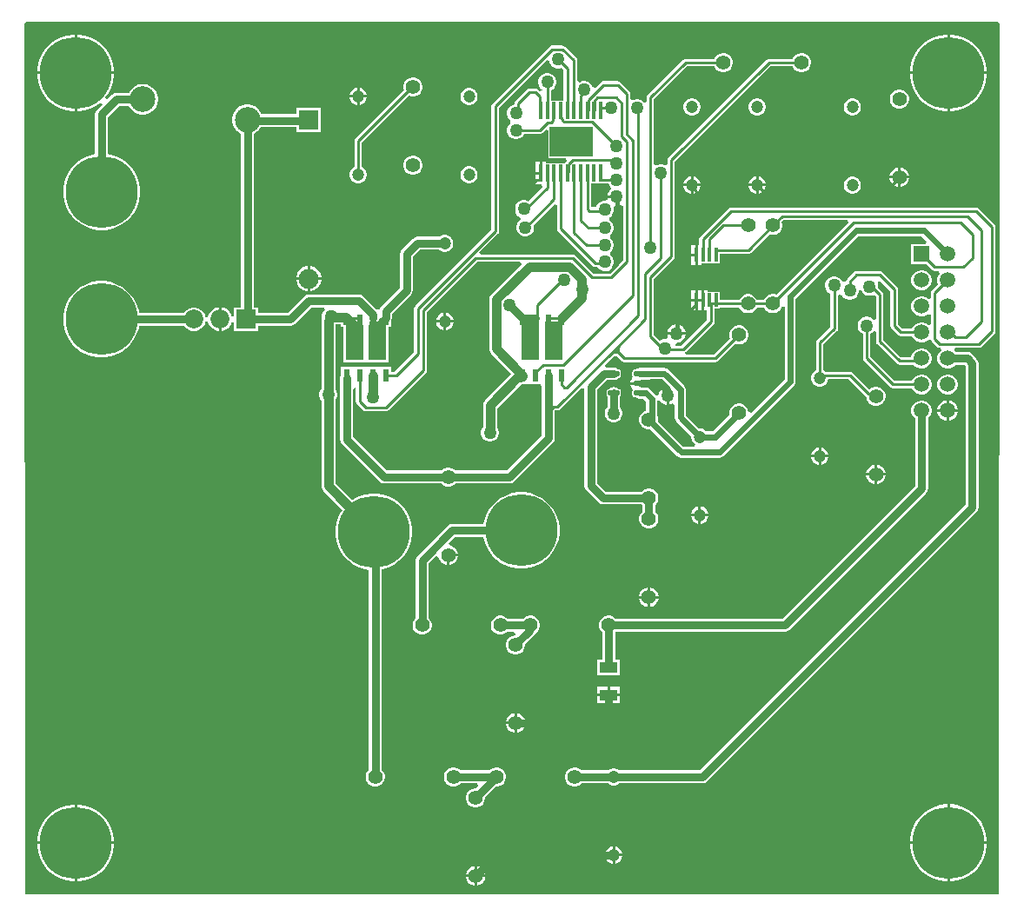
<source format=gtl>
G04*
G04 #@! TF.GenerationSoftware,Altium Limited,Altium Designer,25.3.3 (18)*
G04*
G04 Layer_Physical_Order=1*
G04 Layer_Color=255*
%FSLAX26Y26*%
%MOIN*%
G70*
G04*
G04 #@! TF.SameCoordinates,14895927-405C-4533-9FDA-7E114B43C09E*
G04*
G04*
G04 #@! TF.FilePolarity,Positive*
G04*
G01*
G75*
%ADD11C,0.010000*%
%ADD28R,0.072441X0.072441*%
%ADD29C,0.072441*%
G04:AMPARAMS|DCode=37|XSize=47.638mil|YSize=23.228mil|CornerRadius=5.807mil|HoleSize=0mil|Usage=FLASHONLY|Rotation=180.000|XOffset=0mil|YOffset=0mil|HoleType=Round|Shape=RoundedRectangle|*
%AMROUNDEDRECTD37*
21,1,0.047638,0.011614,0,0,180.0*
21,1,0.036024,0.023228,0,0,180.0*
1,1,0.011614,-0.018012,0.005807*
1,1,0.011614,0.018012,0.005807*
1,1,0.011614,0.018012,-0.005807*
1,1,0.011614,-0.018012,-0.005807*
%
%ADD37ROUNDEDRECTD37*%
%ADD38R,0.024016X0.050000*%
%ADD39R,0.024016X0.027953*%
%ADD40R,0.075197X0.012205*%
%ADD41R,0.065157X0.137795*%
%ADD42R,0.165354X0.118110*%
%ADD43R,0.017716X0.066929*%
%ADD44R,0.066929X0.043307*%
%ADD45R,0.017716X0.055118*%
%ADD46C,0.031000*%
%ADD47C,0.035000*%
%ADD48C,0.030000*%
%ADD49C,0.024000*%
%ADD50C,0.275591*%
%ADD51C,0.047244*%
%ADD52C,0.076378*%
%ADD53R,0.076378X0.076378*%
%ADD54C,0.055118*%
%ADD55C,0.059055*%
%ADD56R,0.059055X0.059055*%
%ADD57C,0.098425*%
%ADD58C,0.050000*%
G36*
X3740152Y3339383D02*
X3737679Y0D01*
X2679D01*
X6Y3339383D01*
X7074Y3346457D01*
X3733084D01*
X3740152Y3339383D01*
D02*
G37*
%LPC*%
G36*
X2062604Y3254908D02*
X2062603Y3254908D01*
X2022551D01*
X2022551Y3254908D01*
X2017088Y3253822D01*
X2012457Y3250727D01*
X2012457Y3250727D01*
X1794907Y3033177D01*
X1791812Y3028546D01*
X1790726Y3023083D01*
X1790726Y3023083D01*
Y2549197D01*
X1498907Y2257378D01*
X1495812Y2252747D01*
X1494726Y2247284D01*
X1494726Y2247284D01*
Y2079913D01*
X1419087Y2004274D01*
X1406008D01*
Y2024000D01*
X1363992D01*
X1363992Y2024000D01*
X1356008D01*
Y2024000D01*
X1353992Y2024000D01*
X1316008D01*
X1313992Y2024000D01*
Y2024000D01*
X1306008D01*
Y2024000D01*
X1263992D01*
X1263992Y2024000D01*
X1256008D01*
Y2024000D01*
X1253992Y2024000D01*
X1213992D01*
Y1992216D01*
X1212552Y1990059D01*
X1210650Y1980500D01*
Y1744370D01*
X1212552Y1734811D01*
X1217966Y1726707D01*
X1362336Y1582337D01*
X1370440Y1576922D01*
X1380000Y1575020D01*
X1598278D01*
X1602552Y1570745D01*
X1610889Y1565932D01*
X1620187Y1563441D01*
X1629813D01*
X1639111Y1565932D01*
X1647448Y1570745D01*
X1651722Y1575020D01*
X1860000D01*
X1869559Y1576921D01*
X1877664Y1582336D01*
X2027034Y1731707D01*
X2032448Y1739811D01*
X2034350Y1749370D01*
Y1854793D01*
X2034377Y1854820D01*
X2044093D01*
X2044094Y1854820D01*
X2049557Y1855906D01*
X2054188Y1859001D01*
X2137884Y1942697D01*
X2147884Y1938555D01*
Y1566587D01*
X2149747Y1557223D01*
X2155051Y1549284D01*
X2202201Y1502135D01*
X2210140Y1496830D01*
X2219504Y1494967D01*
X2367272D01*
X2370034Y1492206D01*
Y1466670D01*
X2365249Y1461885D01*
X2360436Y1453549D01*
X2357945Y1444251D01*
Y1434624D01*
X2360436Y1425326D01*
X2365249Y1416990D01*
X2372056Y1410183D01*
X2380393Y1405370D01*
X2389691Y1402879D01*
X2399317D01*
X2408615Y1405370D01*
X2416952Y1410183D01*
X2423758Y1416990D01*
X2428572Y1425326D01*
X2431063Y1434624D01*
Y1444251D01*
X2428572Y1453549D01*
X2423758Y1461885D01*
X2418974Y1466670D01*
Y1492206D01*
X2423758Y1496990D01*
X2428572Y1505326D01*
X2431063Y1514624D01*
Y1524251D01*
X2428572Y1533549D01*
X2423758Y1541885D01*
X2416952Y1548692D01*
X2408615Y1553505D01*
X2399317Y1555997D01*
X2389691D01*
X2380393Y1553505D01*
X2372056Y1548692D01*
X2367272Y1543908D01*
X2229640D01*
X2196825Y1576723D01*
Y1937152D01*
X2232042Y1972369D01*
X2260094D01*
X2269458Y1974232D01*
X2277397Y1979537D01*
X2278442Y1981100D01*
X2281932Y1981794D01*
X2285176Y1983962D01*
X2287344Y1987206D01*
X2288105Y1991033D01*
Y2002647D01*
X2287344Y2006473D01*
X2285176Y2009717D01*
X2281932Y2011885D01*
X2278442Y2012579D01*
X2277397Y2014143D01*
X2269458Y2019447D01*
X2260094Y2021310D01*
X2230639D01*
X2226497Y2031310D01*
X2258511Y2063324D01*
X2271489D01*
X2289906Y2044907D01*
X2289907Y2044907D01*
X2294537Y2041812D01*
X2300000Y2040726D01*
X2300001Y2040726D01*
X2649999D01*
X2650000Y2040726D01*
X2655463Y2041812D01*
X2660093Y2044907D01*
X2726071Y2110884D01*
X2735187Y2108441D01*
X2744813D01*
X2754111Y2110932D01*
X2762448Y2115745D01*
X2769255Y2122552D01*
X2774068Y2130889D01*
X2776559Y2140187D01*
Y2149813D01*
X2774068Y2159111D01*
X2769255Y2167448D01*
X2762448Y2174255D01*
X2754111Y2179068D01*
X2744813Y2181559D01*
X2735187D01*
X2725889Y2179068D01*
X2717552Y2174255D01*
X2710745Y2167448D01*
X2705932Y2159111D01*
X2703441Y2149813D01*
Y2140187D01*
X2705884Y2131071D01*
X2644087Y2069274D01*
X2537181D01*
X2534147Y2079274D01*
X2535094Y2079907D01*
X2641747Y2186561D01*
X2641748Y2186561D01*
X2644842Y2191192D01*
X2645929Y2196654D01*
X2645929Y2196655D01*
Y2246827D01*
X2666244D01*
Y2250726D01*
X2741026D01*
X2745745Y2242552D01*
X2752552Y2235745D01*
X2760889Y2230932D01*
X2770187Y2228441D01*
X2779813D01*
X2789111Y2230932D01*
X2797448Y2235745D01*
X2804255Y2242552D01*
X2808974Y2250726D01*
X2836026D01*
X2840745Y2242552D01*
X2847552Y2235745D01*
X2855889Y2230932D01*
X2865187Y2228441D01*
X2874813D01*
X2884111Y2230932D01*
X2892448Y2235745D01*
X2899255Y2242552D01*
X2904068Y2250889D01*
X2905195Y2255097D01*
X2915195Y2253780D01*
Y1975475D01*
X2786559Y1846839D01*
X2779429Y1848959D01*
X2776312Y1850735D01*
X2774068Y1859111D01*
X2769255Y1867448D01*
X2762448Y1874255D01*
X2754111Y1879068D01*
X2744813Y1881559D01*
X2735187D01*
X2725889Y1879068D01*
X2717552Y1874255D01*
X2710745Y1867448D01*
X2705932Y1859111D01*
X2703441Y1849813D01*
Y1840187D01*
X2703751Y1839031D01*
X2640569Y1775849D01*
X2614227D01*
X2609534Y1780542D01*
X2602096Y1784836D01*
X2593799Y1787060D01*
X2587162D01*
X2536411Y1837810D01*
Y1936358D01*
X2534782Y1944552D01*
X2530140Y1951499D01*
X2469561Y2012078D01*
X2462615Y2016719D01*
X2454421Y2018349D01*
X2359012D01*
X2350818Y2016719D01*
X2344722Y2012646D01*
X2340902D01*
X2337076Y2011885D01*
X2333832Y2009717D01*
X2331664Y2006473D01*
X2330903Y2002647D01*
Y1991033D01*
X2331664Y1987206D01*
X2329506Y1976641D01*
X2329090Y1976019D01*
X2326012Y1971412D01*
X2324785Y1965245D01*
Y1964438D01*
X2358914D01*
X2393043D01*
Y1965245D01*
X2392987Y1965526D01*
X2400178Y1975526D01*
X2445552D01*
X2464093Y1956985D01*
X2462896Y1951428D01*
X2460371Y1946565D01*
X2453038Y1944600D01*
X2445057Y1939992D01*
X2438540Y1933475D01*
X2433932Y1925494D01*
X2431547Y1916593D01*
Y1916068D01*
X2421547Y1913034D01*
X2420140Y1915140D01*
X2398202Y1937078D01*
X2391256Y1941719D01*
X2392646Y1951639D01*
X2393043Y1953630D01*
Y1954438D01*
X2358914D01*
X2324785D01*
Y1953630D01*
X2326012Y1947463D01*
X2329090Y1942857D01*
X2329506Y1942234D01*
X2331664Y1931669D01*
X2330903Y1927843D01*
Y1916228D01*
X2331664Y1912402D01*
X2333832Y1909158D01*
X2337076Y1906991D01*
X2340902Y1906229D01*
X2344722D01*
X2350818Y1902156D01*
X2359012Y1900526D01*
X2374194D01*
X2383589Y1891131D01*
Y1854361D01*
X2380393Y1853505D01*
X2372056Y1848692D01*
X2365249Y1841885D01*
X2360436Y1833549D01*
X2357945Y1824251D01*
Y1814624D01*
X2360436Y1805326D01*
X2365249Y1796990D01*
X2372056Y1790183D01*
X2380393Y1785370D01*
X2389691Y1782879D01*
X2399317D01*
X2400473Y1783188D01*
X2503801Y1679860D01*
X2510748Y1675218D01*
X2518942Y1673589D01*
X2665000D01*
X2673194Y1675218D01*
X2680140Y1679860D01*
X2951747Y1951466D01*
X2956388Y1958413D01*
X2958018Y1966607D01*
Y2282738D01*
X3198869Y2523589D01*
X3439517D01*
X3460339Y2502766D01*
X3456512Y2493528D01*
X3401472D01*
Y2416472D01*
X3458341D01*
X3479906Y2394907D01*
X3479907Y2394907D01*
X3484537Y2391812D01*
X3490000Y2390726D01*
X3490001Y2390726D01*
X3507097D01*
X3511240Y2380726D01*
X3509170Y2378657D01*
X3504098Y2369871D01*
X3501472Y2360072D01*
Y2349928D01*
X3504098Y2340129D01*
X3504407Y2339594D01*
X3479907Y2315093D01*
X3476812Y2310463D01*
X3475726Y2305000D01*
X3475726Y2304999D01*
Y2287903D01*
X3465726Y2283760D01*
X3463657Y2285830D01*
X3454871Y2290902D01*
X3445072Y2293528D01*
X3434928D01*
X3425129Y2290902D01*
X3416343Y2285830D01*
X3409170Y2278657D01*
X3404098Y2269871D01*
X3401472Y2260072D01*
Y2249928D01*
X3404098Y2240129D01*
X3409170Y2231343D01*
X3416343Y2224170D01*
X3425129Y2219098D01*
X3434928Y2216472D01*
X3445072D01*
X3454871Y2219098D01*
X3463657Y2224170D01*
X3465726Y2226240D01*
X3475726Y2222097D01*
Y2187903D01*
X3465726Y2183760D01*
X3463657Y2185830D01*
X3454871Y2190902D01*
X3445072Y2193528D01*
X3434928D01*
X3425129Y2190902D01*
X3416343Y2185830D01*
X3409170Y2178657D01*
X3404098Y2169871D01*
X3403938Y2169274D01*
X3365913D01*
X3349274Y2185913D01*
Y2319142D01*
X3349274Y2319142D01*
X3348188Y2324605D01*
X3345093Y2329236D01*
X3289236Y2385093D01*
X3284605Y2388188D01*
X3279142Y2389274D01*
X3279142Y2389274D01*
X3190000D01*
X3184537Y2388188D01*
X3179907Y2385093D01*
X3179906Y2385093D01*
X3154907Y2360093D01*
X3151812Y2355463D01*
X3151438Y2353579D01*
X3145658Y2349050D01*
X3135111Y2350847D01*
X3132207Y2355876D01*
X3125876Y2362207D01*
X3118124Y2366683D01*
X3109476Y2369000D01*
X3100524D01*
X3091876Y2366683D01*
X3084124Y2362207D01*
X3077793Y2355876D01*
X3073317Y2348124D01*
X3071000Y2339476D01*
Y2330524D01*
X3073317Y2321876D01*
X3077793Y2314124D01*
X3084124Y2307793D01*
X3090726Y2303981D01*
Y2175913D01*
X3039907Y2125093D01*
X3036812Y2120463D01*
X3035726Y2115000D01*
X3035726Y2114999D01*
Y2009427D01*
X3029970Y2006104D01*
X3023896Y2000030D01*
X3019601Y1992592D01*
X3017378Y1984295D01*
Y1975705D01*
X3019601Y1967408D01*
X3023896Y1959970D01*
X3029970Y1953896D01*
X3037408Y1949601D01*
X3045705Y1947378D01*
X3054295D01*
X3062592Y1949601D01*
X3070030Y1953896D01*
X3076104Y1959970D01*
X3080399Y1967408D01*
X3082622Y1975705D01*
Y1975726D01*
X3159087D01*
X3226273Y1908540D01*
X3226274Y1908539D01*
X3228441Y1907091D01*
Y1905187D01*
X3230932Y1895889D01*
X3235745Y1887552D01*
X3242552Y1880745D01*
X3250889Y1875932D01*
X3260187Y1873441D01*
X3269813D01*
X3279111Y1875932D01*
X3287448Y1880745D01*
X3294255Y1887552D01*
X3299068Y1895889D01*
X3301559Y1905187D01*
Y1914813D01*
X3299068Y1924111D01*
X3294255Y1932448D01*
X3287448Y1939255D01*
X3279111Y1944068D01*
X3269813Y1946559D01*
X3260187D01*
X3250889Y1944068D01*
X3242552Y1939255D01*
X3239242Y1935945D01*
X3175093Y2000093D01*
X3170463Y2003188D01*
X3165000Y2004274D01*
X3164999Y2004274D01*
X3071860D01*
X3070030Y2006104D01*
X3064274Y2009427D01*
Y2109087D01*
X3115093Y2159906D01*
X3115093Y2159907D01*
X3118188Y2164537D01*
X3119274Y2170000D01*
Y2295917D01*
X3124492Y2299809D01*
X3136180Y2296917D01*
X3137793Y2294124D01*
X3144124Y2287793D01*
X3151876Y2283317D01*
X3160524Y2281000D01*
X3169476D01*
X3178124Y2283317D01*
X3185876Y2287793D01*
X3192207Y2294124D01*
X3196683Y2301876D01*
X3199000Y2310524D01*
Y2315080D01*
X3209000Y2316396D01*
X3209074Y2316119D01*
X3213550Y2308366D01*
X3219881Y2302036D01*
X3227634Y2297560D01*
X3236281Y2295243D01*
X3245233D01*
X3253881Y2297560D01*
X3258196Y2300051D01*
X3265726Y2293967D01*
Y2206183D01*
X3259773Y2203354D01*
X3255726Y2202816D01*
X3250335Y2208207D01*
X3242582Y2212683D01*
X3233935Y2215000D01*
X3224982D01*
X3216335Y2212683D01*
X3208582Y2208207D01*
X3202252Y2201876D01*
X3197775Y2194124D01*
X3195458Y2185476D01*
Y2176524D01*
X3197775Y2167876D01*
X3202252Y2160124D01*
X3208582Y2153793D01*
X3215726Y2149669D01*
Y2055001D01*
X3215726Y2055000D01*
X3216812Y2049538D01*
X3219907Y2044907D01*
X3319907Y1944907D01*
X3324538Y1941812D01*
X3330000Y1940726D01*
X3330001Y1940726D01*
X3403938D01*
X3404098Y1940129D01*
X3409170Y1931343D01*
X3416343Y1924170D01*
X3425129Y1919098D01*
X3434928Y1916473D01*
X3445072D01*
X3454871Y1919098D01*
X3463657Y1924170D01*
X3470830Y1931343D01*
X3475902Y1940129D01*
X3478528Y1949928D01*
Y1960072D01*
X3475902Y1969871D01*
X3470830Y1978657D01*
X3463657Y1985830D01*
X3454871Y1990902D01*
X3445072Y1993527D01*
X3434928D01*
X3425129Y1990902D01*
X3416343Y1985830D01*
X3409170Y1978657D01*
X3404098Y1969871D01*
X3403938Y1969274D01*
X3335913D01*
X3244274Y2060913D01*
Y2150294D01*
X3250335Y2153793D01*
X3255726Y2159184D01*
X3259773Y2158646D01*
X3265726Y2155817D01*
Y2120001D01*
X3265726Y2120000D01*
X3266812Y2114537D01*
X3269907Y2109907D01*
X3344906Y2034907D01*
X3344907Y2034907D01*
X3349537Y2031812D01*
X3355000Y2030726D01*
X3355001Y2030726D01*
X3409614D01*
X3409615Y2030726D01*
X3409759Y2030754D01*
X3416343Y2024170D01*
X3425129Y2019098D01*
X3434928Y2016473D01*
X3445072D01*
X3454871Y2019098D01*
X3463657Y2024170D01*
X3470830Y2031343D01*
X3475902Y2040129D01*
X3478528Y2049928D01*
Y2060072D01*
X3475902Y2069871D01*
X3470830Y2078657D01*
X3463657Y2085830D01*
X3454871Y2090902D01*
X3445072Y2093528D01*
X3434928D01*
X3425129Y2090902D01*
X3416343Y2085830D01*
X3409170Y2078657D01*
X3404098Y2069871D01*
X3401472Y2060072D01*
Y2059274D01*
X3360913D01*
X3294274Y2125913D01*
Y2299999D01*
X3294274Y2300000D01*
X3293188Y2305463D01*
X3290093Y2310093D01*
X3290093Y2310094D01*
X3274757Y2325430D01*
Y2333719D01*
X3272440Y2342366D01*
X3272287Y2342632D01*
X3277364Y2353838D01*
X3279660Y2354295D01*
X3320726Y2313229D01*
Y2180001D01*
X3320726Y2180000D01*
X3321812Y2174537D01*
X3324907Y2169907D01*
X3349906Y2144907D01*
X3349907Y2144907D01*
X3354537Y2141812D01*
X3360000Y2140726D01*
X3403938D01*
X3404098Y2140129D01*
X3409170Y2131343D01*
X3416343Y2124170D01*
X3425129Y2119098D01*
X3434928Y2116472D01*
X3445072D01*
X3454871Y2119098D01*
X3463657Y2124170D01*
X3466186Y2126700D01*
X3466367Y2126734D01*
X3475955Y2124718D01*
X3477354Y2123726D01*
X3478542Y2121949D01*
X3479906Y2119907D01*
X3479907Y2119907D01*
X3479907Y2119906D01*
X3482835Y2116978D01*
X3482835Y2116978D01*
X3482836Y2116977D01*
X3499906Y2099907D01*
X3499907Y2099907D01*
X3504537Y2096812D01*
X3510000Y2095726D01*
X3510001Y2095726D01*
X3513484D01*
X3516232Y2086214D01*
X3516240Y2085726D01*
X3509170Y2078657D01*
X3504098Y2069871D01*
X3501472Y2060072D01*
Y2049928D01*
X3504098Y2040129D01*
X3509170Y2031343D01*
X3516343Y2024170D01*
X3525129Y2019098D01*
X3534928Y2016473D01*
X3545072D01*
X3554871Y2019098D01*
X3563657Y2024170D01*
X3569506Y2030020D01*
X3605190D01*
X3608716Y2026494D01*
Y1494043D01*
X2589653Y474980D01*
X2281155D01*
X2280030Y476104D01*
X2272592Y480399D01*
X2264295Y482622D01*
X2255705D01*
X2247408Y480399D01*
X2239970Y476104D01*
X2238845Y474980D01*
X2136722D01*
X2132448Y479255D01*
X2124111Y484068D01*
X2114813Y486559D01*
X2105187D01*
X2095889Y484068D01*
X2087552Y479255D01*
X2080745Y472448D01*
X2075932Y464111D01*
X2073441Y454813D01*
Y445187D01*
X2075932Y435889D01*
X2080745Y427552D01*
X2087552Y420745D01*
X2095889Y415932D01*
X2105187Y413441D01*
X2114813D01*
X2124111Y415932D01*
X2132448Y420745D01*
X2136722Y425020D01*
X2238845D01*
X2239970Y423896D01*
X2247408Y419601D01*
X2255705Y417378D01*
X2264295D01*
X2272592Y419601D01*
X2280030Y423896D01*
X2281155Y425020D01*
X2600000D01*
X2609559Y426921D01*
X2617664Y432337D01*
X3651360Y1466033D01*
X3656774Y1474137D01*
X3658676Y1483696D01*
Y2036841D01*
X3656774Y2046400D01*
X3651360Y2054504D01*
X3633200Y2072664D01*
X3625096Y2078079D01*
X3615537Y2079980D01*
X3571343D01*
X3569107Y2081820D01*
X3565605Y2086103D01*
X3568978Y2095726D01*
X3659999D01*
X3660000Y2095726D01*
X3665463Y2096812D01*
X3670093Y2099907D01*
X3720093Y2149906D01*
X3720093Y2149907D01*
X3723188Y2154537D01*
X3724274Y2160000D01*
X3724274Y2160001D01*
Y2559999D01*
X3724274Y2560000D01*
X3723188Y2565463D01*
X3720093Y2570093D01*
X3720093Y2570094D01*
X3660093Y2630093D01*
X3655463Y2633188D01*
X3650000Y2634274D01*
X3649999Y2634274D01*
X2710000D01*
X2707443Y2633766D01*
X2704873Y2633322D01*
X2704718Y2633224D01*
X2704538Y2633188D01*
X2702368Y2631738D01*
X2700166Y2630346D01*
X2662295Y2594346D01*
X2662189Y2594196D01*
X2662037Y2594093D01*
X2592110Y2524168D01*
X2589016Y2519537D01*
X2587930Y2514074D01*
X2587930Y2514073D01*
Y2489173D01*
X2581614D01*
Y2451614D01*
Y2414055D01*
X2595472D01*
Y2420055D01*
X2666244D01*
Y2445658D01*
X2666574Y2446151D01*
X2667660Y2451614D01*
Y2455726D01*
X2774999D01*
X2775000Y2455726D01*
X2780463Y2456812D01*
X2785093Y2459907D01*
X2856071Y2530884D01*
X2865187Y2528441D01*
X2874813D01*
X2884111Y2530932D01*
X2892448Y2535745D01*
X2899255Y2542552D01*
X2904068Y2550889D01*
X2906559Y2560187D01*
Y2569813D01*
X2904116Y2578929D01*
X2910913Y2585726D01*
X3156396D01*
X3160539Y2575726D01*
X2883929Y2299116D01*
X2874813Y2301559D01*
X2865187D01*
X2855889Y2299068D01*
X2847552Y2294255D01*
X2840745Y2287448D01*
X2836026Y2279274D01*
X2808974D01*
X2804255Y2287448D01*
X2797448Y2294255D01*
X2789111Y2299068D01*
X2779813Y2301559D01*
X2770187D01*
X2760889Y2299068D01*
X2752552Y2294255D01*
X2745745Y2287448D01*
X2741026Y2279274D01*
X2667484D01*
X2666574Y2283849D01*
X2666244Y2284342D01*
Y2309945D01*
X2621062D01*
Y2315945D01*
X2607204D01*
Y2278386D01*
Y2240827D01*
X2617380D01*
Y2202567D01*
X2519088Y2104274D01*
X2497191D01*
X2496841Y2105000D01*
X2503117Y2115000D01*
X2504608D01*
X2513510Y2117385D01*
X2521490Y2121993D01*
X2528007Y2128510D01*
X2532615Y2136490D01*
X2534895Y2145000D01*
X2465105D01*
X2467385Y2136490D01*
X2467561Y2136187D01*
X2460971Y2127599D01*
X2459476Y2128000D01*
X2450524D01*
X2441876Y2125683D01*
X2437202Y2122985D01*
X2414274Y2145913D01*
Y2359087D01*
X2490501Y2435314D01*
X2490501Y2435314D01*
X2493595Y2439945D01*
X2494682Y2445407D01*
Y2809495D01*
X2860913Y3175726D01*
X2946026D01*
X2950745Y3167552D01*
X2957552Y3160745D01*
X2965889Y3155932D01*
X2975187Y3153441D01*
X2984813D01*
X2994111Y3155932D01*
X3002448Y3160745D01*
X3009255Y3167552D01*
X3014068Y3175889D01*
X3016559Y3185187D01*
Y3194813D01*
X3014068Y3204111D01*
X3009255Y3212448D01*
X3002448Y3219255D01*
X2994111Y3224068D01*
X2984813Y3226559D01*
X2975187D01*
X2965889Y3224068D01*
X2957552Y3219255D01*
X2950745Y3212448D01*
X2946026Y3204274D01*
X2855000D01*
X2849537Y3203188D01*
X2844907Y3200093D01*
X2844906Y3200093D01*
X2470314Y2825501D01*
X2467220Y2820870D01*
X2466133Y2815407D01*
X2466133Y2815407D01*
Y2800798D01*
X2456133Y2795024D01*
X2453531Y2796526D01*
X2444884Y2798843D01*
X2435931D01*
X2427284Y2796526D01*
X2424682Y2795024D01*
X2414682Y2800798D01*
Y3049495D01*
X2540913Y3175726D01*
X2646026D01*
X2650745Y3167552D01*
X2657552Y3160745D01*
X2665889Y3155932D01*
X2675187Y3153441D01*
X2684813D01*
X2694111Y3155932D01*
X2702448Y3160745D01*
X2709255Y3167552D01*
X2714068Y3175889D01*
X2716559Y3185187D01*
Y3194813D01*
X2714068Y3204111D01*
X2709255Y3212448D01*
X2702448Y3219255D01*
X2694111Y3224068D01*
X2684813Y3226559D01*
X2675187D01*
X2665889Y3224068D01*
X2657552Y3219255D01*
X2650745Y3212448D01*
X2646026Y3204274D01*
X2535001D01*
X2535000Y3204274D01*
X2529537Y3203188D01*
X2524907Y3200093D01*
X2524906Y3200093D01*
X2390314Y3065501D01*
X2387220Y3060870D01*
X2386133Y3055407D01*
X2386133Y3055407D01*
Y3040416D01*
X2380674Y3037640D01*
X2376133Y3036950D01*
X2370876Y3042207D01*
X2363124Y3046683D01*
X2354476Y3049000D01*
X2345524D01*
X2336876Y3046683D01*
X2334274Y3045181D01*
X2324274Y3050954D01*
Y3069999D01*
X2324274Y3070000D01*
X2323188Y3075463D01*
X2320093Y3080093D01*
X2320093Y3080094D01*
X2286093Y3114093D01*
X2281463Y3117188D01*
X2276000Y3118274D01*
X2275999Y3118274D01*
X2220089D01*
X2220088Y3118274D01*
X2214626Y3117188D01*
X2209995Y3114093D01*
X2189171Y3093269D01*
X2178017Y3096258D01*
X2177538Y3098045D01*
X2173062Y3105798D01*
X2166732Y3112128D01*
X2158979Y3116604D01*
X2150331Y3118921D01*
X2141379D01*
X2132732Y3116604D01*
X2129337Y3114644D01*
X2119337Y3119952D01*
Y3198175D01*
X2118250Y3203638D01*
X2115156Y3208269D01*
X2115155Y3208269D01*
X2072697Y3250727D01*
X2068066Y3253822D01*
X2062604Y3254908D01*
D02*
G37*
G36*
X3554939Y3297842D02*
X3548307D01*
Y3155047D01*
X3691102D01*
Y3161679D01*
X3687463Y3184656D01*
X3680274Y3206781D01*
X3669713Y3227508D01*
X3656039Y3246329D01*
X3639589Y3262779D01*
X3620769Y3276453D01*
X3600041Y3287014D01*
X3577916Y3294203D01*
X3554939Y3297842D01*
D02*
G37*
G36*
X3538307D02*
X3531675D01*
X3508698Y3294203D01*
X3486573Y3287014D01*
X3465845Y3276453D01*
X3447025Y3262779D01*
X3430575Y3246329D01*
X3416901Y3227508D01*
X3406340Y3206781D01*
X3399151Y3184656D01*
X3395512Y3161679D01*
Y3155047D01*
X3538307D01*
Y3297842D01*
D02*
G37*
G36*
X208482D02*
X201850D01*
Y3155047D01*
X344646D01*
Y3161679D01*
X341007Y3184656D01*
X333818Y3206781D01*
X323256Y3227508D01*
X309582Y3246329D01*
X293133Y3262779D01*
X274312Y3276453D01*
X253584Y3287014D01*
X231459Y3294203D01*
X208482Y3297842D01*
D02*
G37*
G36*
X191850D02*
X185219D01*
X162242Y3294203D01*
X140117Y3287014D01*
X119389Y3276453D01*
X100568Y3262779D01*
X84118Y3246329D01*
X70445Y3227508D01*
X59883Y3206781D01*
X52694Y3184656D01*
X49055Y3161679D01*
Y3155047D01*
X191850D01*
Y3297842D01*
D02*
G37*
G36*
X1285000Y3093468D02*
Y3065000D01*
X1313468D01*
X1311331Y3072978D01*
X1306904Y3080644D01*
X1300644Y3086904D01*
X1292978Y3091331D01*
X1285000Y3093468D01*
D02*
G37*
G36*
X1275000D02*
X1267022Y3091331D01*
X1259356Y3086904D01*
X1253096Y3080644D01*
X1248669Y3072978D01*
X1246532Y3065000D01*
X1275000D01*
Y3093468D01*
D02*
G37*
G36*
X1495404Y3132398D02*
X1485778D01*
X1476479Y3129906D01*
X1468143Y3125093D01*
X1461336Y3118286D01*
X1456523Y3109950D01*
X1454032Y3100652D01*
Y3091026D01*
X1455470Y3085657D01*
X1269907Y2900093D01*
X1266812Y2895463D01*
X1265726Y2890000D01*
X1265726Y2889999D01*
Y2789427D01*
X1259970Y2786104D01*
X1253896Y2780030D01*
X1249601Y2772592D01*
X1247378Y2764295D01*
Y2755705D01*
X1249601Y2747408D01*
X1253896Y2739970D01*
X1259970Y2733896D01*
X1267408Y2729601D01*
X1275705Y2727378D01*
X1284295D01*
X1292592Y2729601D01*
X1300030Y2733896D01*
X1306104Y2739970D01*
X1310399Y2747408D01*
X1312622Y2755705D01*
Y2764295D01*
X1310399Y2772592D01*
X1306104Y2780030D01*
X1300030Y2786104D01*
X1294274Y2789427D01*
Y2884087D01*
X1473613Y3063426D01*
X1476479Y3061771D01*
X1485778Y3059280D01*
X1495404D01*
X1504702Y3061771D01*
X1513039Y3066584D01*
X1519845Y3073391D01*
X1524658Y3081727D01*
X1527150Y3091026D01*
Y3100652D01*
X1524658Y3109950D01*
X1519845Y3118286D01*
X1513039Y3125093D01*
X1504702Y3129906D01*
X1495404Y3132398D01*
D02*
G37*
G36*
X1709295Y3092622D02*
X1700705D01*
X1692408Y3090399D01*
X1684970Y3086104D01*
X1678896Y3080030D01*
X1674601Y3072592D01*
X1672378Y3064295D01*
Y3055705D01*
X1674601Y3047408D01*
X1678896Y3039970D01*
X1684970Y3033896D01*
X1692408Y3029601D01*
X1700705Y3027378D01*
X1709295D01*
X1717592Y3029601D01*
X1725030Y3033896D01*
X1731104Y3039970D01*
X1735399Y3047408D01*
X1737622Y3055705D01*
Y3064295D01*
X1735399Y3072592D01*
X1731104Y3080030D01*
X1725030Y3086104D01*
X1717592Y3090399D01*
X1709295Y3092622D01*
D02*
G37*
G36*
X1313468Y3055000D02*
X1285000D01*
Y3026532D01*
X1292978Y3028669D01*
X1300644Y3033096D01*
X1306904Y3039356D01*
X1311331Y3047022D01*
X1313468Y3055000D01*
D02*
G37*
G36*
X1275000D02*
X1246532D01*
X1248669Y3047022D01*
X1253096Y3039356D01*
X1259356Y3033096D01*
X1267022Y3028669D01*
X1275000Y3026532D01*
Y3055000D01*
D02*
G37*
G36*
X3359813Y3086559D02*
X3350187D01*
X3340889Y3084068D01*
X3332552Y3079255D01*
X3325745Y3072448D01*
X3320932Y3064111D01*
X3318441Y3054813D01*
Y3045187D01*
X3320932Y3035889D01*
X3325745Y3027552D01*
X3332552Y3020745D01*
X3340889Y3015932D01*
X3350187Y3013441D01*
X3359813D01*
X3369111Y3015932D01*
X3377448Y3020745D01*
X3384255Y3027552D01*
X3389068Y3035889D01*
X3391559Y3045187D01*
Y3054813D01*
X3389068Y3064111D01*
X3384255Y3072448D01*
X3377448Y3079255D01*
X3369111Y3084068D01*
X3359813Y3086559D01*
D02*
G37*
G36*
X3691102Y3145047D02*
X3548307D01*
Y3002252D01*
X3554939D01*
X3577916Y3005891D01*
X3600041Y3013080D01*
X3620769Y3023641D01*
X3639589Y3037315D01*
X3656039Y3053765D01*
X3669713Y3072585D01*
X3680274Y3093313D01*
X3687463Y3115438D01*
X3691102Y3138415D01*
Y3145047D01*
D02*
G37*
G36*
X3538307D02*
X3395512D01*
Y3138415D01*
X3399151Y3115438D01*
X3406340Y3093313D01*
X3416901Y3072585D01*
X3430575Y3053765D01*
X3447025Y3037315D01*
X3465845Y3023641D01*
X3486573Y3013080D01*
X3508698Y3005891D01*
X3531675Y3002252D01*
X3538307D01*
Y3145047D01*
D02*
G37*
G36*
X191850D02*
X49055D01*
Y3138415D01*
X52694Y3115438D01*
X59883Y3093313D01*
X70445Y3072585D01*
X84118Y3053765D01*
X100568Y3037315D01*
X119389Y3023641D01*
X140117Y3013080D01*
X162242Y3005891D01*
X185219Y3002252D01*
X191850D01*
Y3145047D01*
D02*
G37*
G36*
X344646D02*
X201850D01*
Y3002252D01*
X208482D01*
X231459Y3005891D01*
X253584Y3013080D01*
X274312Y3023641D01*
X292084Y3036553D01*
X298599Y3028926D01*
X278706Y3009033D01*
X273291Y3000929D01*
X271389Y2991369D01*
Y2838762D01*
X261995Y2837274D01*
X240019Y2830134D01*
X219432Y2819644D01*
X200739Y2806063D01*
X184400Y2789724D01*
X170819Y2771031D01*
X160329Y2750443D01*
X153189Y2728468D01*
X149574Y2705647D01*
Y2682541D01*
X153189Y2659719D01*
X160329Y2637744D01*
X170819Y2617156D01*
X184400Y2598463D01*
X200739Y2582124D01*
X219432Y2568543D01*
X240019Y2558053D01*
X261995Y2550913D01*
X284816Y2547298D01*
X307922D01*
X330744Y2550913D01*
X352719Y2558053D01*
X373307Y2568543D01*
X392000Y2582124D01*
X408339Y2598463D01*
X421920Y2617156D01*
X432410Y2637744D01*
X439550Y2659719D01*
X443165Y2682541D01*
Y2705647D01*
X439550Y2728468D01*
X432410Y2750443D01*
X421920Y2771031D01*
X408339Y2789724D01*
X392000Y2806063D01*
X373307Y2819644D01*
X352719Y2830134D01*
X330744Y2837274D01*
X321349Y2838762D01*
Y2981022D01*
X364087Y3023760D01*
X400762D01*
X401837Y3021166D01*
X408207Y3011632D01*
X416316Y3003523D01*
X425850Y2997153D01*
X436444Y2992764D01*
X447691Y2990527D01*
X459157D01*
X470404Y2992764D01*
X480998Y2997153D01*
X490532Y3003523D01*
X498641Y3011632D01*
X505011Y3021166D01*
X509400Y3031760D01*
X511637Y3043007D01*
Y3054473D01*
X509400Y3065720D01*
X505011Y3076314D01*
X498641Y3085848D01*
X490532Y3093957D01*
X480998Y3100327D01*
X470404Y3104716D01*
X459157Y3106953D01*
X447691D01*
X436444Y3104716D01*
X425850Y3100327D01*
X416316Y3093957D01*
X408207Y3085848D01*
X401837Y3076314D01*
X400762Y3073720D01*
X353740D01*
X344180Y3071818D01*
X336077Y3066403D01*
X317972Y3048299D01*
X310344Y3054813D01*
X323256Y3072585D01*
X333818Y3093313D01*
X341007Y3115438D01*
X344646Y3138415D01*
Y3145047D01*
D02*
G37*
G36*
X3179295Y3052622D02*
X3170705D01*
X3162408Y3050399D01*
X3154970Y3046104D01*
X3148896Y3040030D01*
X3144601Y3032592D01*
X3142378Y3024295D01*
Y3015705D01*
X3144601Y3007408D01*
X3148896Y2999970D01*
X3154970Y2993896D01*
X3162408Y2989601D01*
X3170705Y2987378D01*
X3179295D01*
X3187592Y2989601D01*
X3195030Y2993896D01*
X3201104Y2999970D01*
X3205399Y3007408D01*
X3207622Y3015705D01*
Y3024295D01*
X3205399Y3032592D01*
X3201104Y3040030D01*
X3195030Y3046104D01*
X3187592Y3050399D01*
X3179295Y3052622D01*
D02*
G37*
G36*
X2814295D02*
X2805705D01*
X2797408Y3050399D01*
X2789970Y3046104D01*
X2783896Y3040030D01*
X2779601Y3032592D01*
X2777378Y3024295D01*
Y3015705D01*
X2779601Y3007408D01*
X2783896Y2999970D01*
X2789970Y2993896D01*
X2797408Y2989601D01*
X2805705Y2987378D01*
X2814295D01*
X2822592Y2989601D01*
X2830030Y2993896D01*
X2836104Y2999970D01*
X2840399Y3007408D01*
X2842622Y3015705D01*
Y3024295D01*
X2840399Y3032592D01*
X2836104Y3040030D01*
X2830030Y3046104D01*
X2822592Y3050399D01*
X2814295Y3052622D01*
D02*
G37*
G36*
X2564295D02*
X2555705D01*
X2547408Y3050399D01*
X2539970Y3046104D01*
X2533896Y3040030D01*
X2529601Y3032592D01*
X2527378Y3024295D01*
Y3015705D01*
X2529601Y3007408D01*
X2533896Y2999970D01*
X2539970Y2993896D01*
X2547408Y2989601D01*
X2555705Y2987378D01*
X2564295D01*
X2572592Y2989601D01*
X2580030Y2993896D01*
X2586104Y2999970D01*
X2590399Y3007408D01*
X2592622Y3015705D01*
Y3024295D01*
X2590399Y3032592D01*
X2586104Y3040030D01*
X2580030Y3046104D01*
X2572592Y3050399D01*
X2564295Y3052622D01*
D02*
G37*
G36*
X860733Y3028213D02*
X849267D01*
X838020Y3025976D01*
X827426Y3021587D01*
X817892Y3015217D01*
X809783Y3007108D01*
X803413Y2997574D01*
X799024Y2986980D01*
X796787Y2975733D01*
Y2964267D01*
X799024Y2953020D01*
X803413Y2942426D01*
X809783Y2932892D01*
X817892Y2924783D01*
X827426Y2918413D01*
X830020Y2917338D01*
Y2250220D01*
X804780D01*
Y2217779D01*
X794780Y2216462D01*
X793071Y2222840D01*
X786986Y2233380D01*
X778380Y2241985D01*
X767840Y2248070D01*
X756085Y2251220D01*
X755000D01*
Y2205000D01*
Y2158780D01*
X756085D01*
X767840Y2161930D01*
X778380Y2168015D01*
X786986Y2176620D01*
X793071Y2187160D01*
X794780Y2193538D01*
X804780Y2192221D01*
Y2159780D01*
X895220D01*
Y2180020D01*
X1020000D01*
X1029559Y2181921D01*
X1037664Y2187336D01*
X1100347Y2250020D01*
X1148474D01*
X1149121Y2249125D01*
X1151937Y2240020D01*
X1147793Y2235876D01*
X1143317Y2228124D01*
X1141000Y2219476D01*
Y2212248D01*
X1139182Y2207859D01*
X1138271Y2200941D01*
Y1936355D01*
X1137793Y1935877D01*
X1133317Y1928123D01*
X1131000Y1919476D01*
Y1910524D01*
X1133317Y1901877D01*
X1137793Y1894123D01*
X1138271Y1893645D01*
Y1565000D01*
X1139182Y1558082D01*
X1141852Y1551636D01*
X1146100Y1546100D01*
X1219000Y1473200D01*
X1214449Y1466938D01*
X1203959Y1446350D01*
X1196819Y1424375D01*
X1193205Y1401553D01*
Y1378447D01*
X1196819Y1355625D01*
X1203959Y1333650D01*
X1214449Y1313062D01*
X1228031Y1294369D01*
X1244369Y1278031D01*
X1263062Y1264449D01*
X1283650Y1253959D01*
X1305625Y1246819D01*
X1320020Y1244539D01*
Y476722D01*
X1315745Y472448D01*
X1310932Y464111D01*
X1308441Y454813D01*
Y445187D01*
X1310932Y435889D01*
X1315745Y427552D01*
X1322552Y420745D01*
X1330889Y415932D01*
X1340187Y413441D01*
X1349813D01*
X1359111Y415932D01*
X1367448Y420745D01*
X1374255Y427552D01*
X1379068Y435889D01*
X1381559Y445187D01*
Y454813D01*
X1379068Y464111D01*
X1374255Y472448D01*
X1369980Y476722D01*
Y1246123D01*
X1374375Y1246819D01*
X1396350Y1253959D01*
X1416938Y1264449D01*
X1435631Y1278031D01*
X1451969Y1294369D01*
X1465551Y1313062D01*
X1476041Y1333650D01*
X1483181Y1355625D01*
X1486795Y1378447D01*
Y1401553D01*
X1483181Y1424375D01*
X1476041Y1446350D01*
X1465551Y1466938D01*
X1451969Y1485631D01*
X1435631Y1501969D01*
X1416938Y1515551D01*
X1396350Y1526041D01*
X1374375Y1533181D01*
X1351553Y1536795D01*
X1328447D01*
X1305625Y1533181D01*
X1283650Y1526041D01*
X1263062Y1515551D01*
X1256800Y1511000D01*
X1191729Y1576071D01*
Y1893645D01*
X1192207Y1894123D01*
X1196683Y1901877D01*
X1199000Y1910524D01*
Y1919476D01*
X1196683Y1928123D01*
X1192207Y1935877D01*
X1191729Y1936355D01*
Y2185398D01*
X1191734Y2185401D01*
X1213992D01*
Y2176120D01*
X1224051D01*
Y2038284D01*
X1307208D01*
Y2038284D01*
X1312792D01*
Y2038284D01*
X1395949D01*
Y2130847D01*
X1396429Y2133261D01*
Y2176120D01*
X1406008D01*
Y2198602D01*
X1408079Y2201701D01*
X1409980Y2211260D01*
Y2224653D01*
X1482664Y2297336D01*
X1488079Y2305441D01*
X1489980Y2315000D01*
Y2444653D01*
X1517239Y2471912D01*
X1590737D01*
X1591861Y2470788D01*
X1599300Y2466493D01*
X1607597Y2464270D01*
X1616186D01*
X1624483Y2466493D01*
X1631922Y2470788D01*
X1637995Y2476862D01*
X1642290Y2484301D01*
X1644513Y2492597D01*
Y2501187D01*
X1642290Y2509484D01*
X1637995Y2516923D01*
X1631922Y2522996D01*
X1624483Y2527291D01*
X1616186Y2529514D01*
X1607597D01*
X1599300Y2527291D01*
X1591861Y2522996D01*
X1590737Y2521872D01*
X1506892D01*
X1497333Y2519971D01*
X1489229Y2514556D01*
X1447336Y2472664D01*
X1441921Y2464559D01*
X1440020Y2455000D01*
Y2325347D01*
X1367336Y2252664D01*
X1361921Y2244559D01*
X1357839Y2242977D01*
X1351286Y2242348D01*
X1300970Y2292664D01*
X1292866Y2298079D01*
X1283307Y2299980D01*
X1090000D01*
X1080441Y2298079D01*
X1072336Y2292664D01*
X1009653Y2229980D01*
X895220D01*
Y2250220D01*
X879980D01*
Y2917338D01*
X882574Y2918413D01*
X892108Y2924783D01*
X900217Y2932892D01*
X906229Y2941890D01*
X1042811D01*
Y2921551D01*
X1137189D01*
Y3015929D01*
X1042811D01*
Y2991850D01*
X908958D01*
X906587Y2997574D01*
X900217Y3007108D01*
X892108Y3015217D01*
X882574Y3021587D01*
X871980Y3025976D01*
X860733Y3028213D01*
D02*
G37*
G36*
X1495404Y2832398D02*
X1485778D01*
X1476479Y2829906D01*
X1468143Y2825093D01*
X1461336Y2818286D01*
X1456523Y2809950D01*
X1454032Y2800652D01*
Y2791026D01*
X1456523Y2781727D01*
X1461336Y2773391D01*
X1468143Y2766584D01*
X1476479Y2761771D01*
X1485778Y2759280D01*
X1495404D01*
X1504702Y2761771D01*
X1513039Y2766584D01*
X1519845Y2773391D01*
X1524658Y2781727D01*
X1527150Y2791026D01*
Y2800652D01*
X1524658Y2809950D01*
X1519845Y2818286D01*
X1513039Y2825093D01*
X1504702Y2829906D01*
X1495404Y2832398D01*
D02*
G37*
G36*
X3360000Y2787544D02*
Y2755000D01*
X3392544D01*
X3389999Y2764497D01*
X3385055Y2773062D01*
X3378062Y2780055D01*
X3369497Y2784999D01*
X3360000Y2787544D01*
D02*
G37*
G36*
X3350000D02*
X3340503Y2784999D01*
X3331938Y2780055D01*
X3324945Y2773062D01*
X3320001Y2764497D01*
X3317456Y2755000D01*
X3350000D01*
Y2787544D01*
D02*
G37*
G36*
X1709295Y2792622D02*
X1700705D01*
X1692408Y2790399D01*
X1684970Y2786104D01*
X1678896Y2780030D01*
X1674601Y2772592D01*
X1672378Y2764295D01*
Y2755705D01*
X1674601Y2747408D01*
X1678896Y2739970D01*
X1684970Y2733896D01*
X1692408Y2729601D01*
X1700705Y2727378D01*
X1709295D01*
X1717592Y2729601D01*
X1725030Y2733896D01*
X1731104Y2739970D01*
X1735399Y2747408D01*
X1737622Y2755705D01*
Y2764295D01*
X1735399Y2772592D01*
X1731104Y2780030D01*
X1725030Y2786104D01*
X1717592Y2790399D01*
X1709295Y2792622D01*
D02*
G37*
G36*
X2815000Y2753468D02*
Y2725000D01*
X2843468D01*
X2841331Y2732978D01*
X2836904Y2740644D01*
X2830644Y2746904D01*
X2822978Y2751331D01*
X2815000Y2753468D01*
D02*
G37*
G36*
X2565000D02*
Y2725000D01*
X2593468D01*
X2591331Y2732978D01*
X2586904Y2740644D01*
X2580644Y2746904D01*
X2572978Y2751331D01*
X2565000Y2753468D01*
D02*
G37*
G36*
X2805000D02*
X2797022Y2751331D01*
X2789356Y2746904D01*
X2783096Y2740644D01*
X2778669Y2732978D01*
X2776532Y2725000D01*
X2805000D01*
Y2753468D01*
D02*
G37*
G36*
X2555000D02*
X2547022Y2751331D01*
X2539356Y2746904D01*
X2533096Y2740644D01*
X2528669Y2732978D01*
X2526532Y2725000D01*
X2555000D01*
Y2753468D01*
D02*
G37*
G36*
X3392544Y2745000D02*
X3360000D01*
Y2712456D01*
X3369497Y2715001D01*
X3378062Y2719945D01*
X3385055Y2726938D01*
X3389999Y2735503D01*
X3392544Y2745000D01*
D02*
G37*
G36*
X3350000D02*
X3317456D01*
X3320001Y2735503D01*
X3324945Y2726938D01*
X3331938Y2719945D01*
X3340503Y2715001D01*
X3350000Y2712456D01*
Y2745000D01*
D02*
G37*
G36*
X3179295Y2752622D02*
X3170705D01*
X3162408Y2750399D01*
X3154970Y2746104D01*
X3148896Y2740030D01*
X3144601Y2732592D01*
X3142378Y2724295D01*
Y2715705D01*
X3144601Y2707408D01*
X3148896Y2699970D01*
X3154970Y2693896D01*
X3162408Y2689601D01*
X3170705Y2687378D01*
X3179295D01*
X3187592Y2689601D01*
X3195030Y2693896D01*
X3201104Y2699970D01*
X3205399Y2707408D01*
X3207622Y2715705D01*
Y2724295D01*
X3205399Y2732592D01*
X3201104Y2740030D01*
X3195030Y2746104D01*
X3187592Y2750399D01*
X3179295Y2752622D01*
D02*
G37*
G36*
X2843468Y2715000D02*
X2815000D01*
Y2686532D01*
X2822978Y2688669D01*
X2830644Y2693096D01*
X2836904Y2699356D01*
X2841331Y2707022D01*
X2843468Y2715000D01*
D02*
G37*
G36*
X2593468D02*
X2565000D01*
Y2686532D01*
X2572978Y2688669D01*
X2580644Y2693096D01*
X2586904Y2699356D01*
X2591331Y2707022D01*
X2593468Y2715000D01*
D02*
G37*
G36*
X2805000D02*
X2776532D01*
X2778669Y2707022D01*
X2783096Y2699356D01*
X2789356Y2693096D01*
X2797022Y2688669D01*
X2805000Y2686532D01*
Y2715000D01*
D02*
G37*
G36*
X2555000D02*
X2526532D01*
X2528669Y2707022D01*
X2533096Y2699356D01*
X2539356Y2693096D01*
X2547022Y2688669D01*
X2555000Y2686532D01*
Y2715000D01*
D02*
G37*
G36*
X2571614Y2489173D02*
X2557756D01*
Y2456614D01*
X2571614D01*
Y2489173D01*
D02*
G37*
G36*
Y2446614D02*
X2557756D01*
Y2414055D01*
X2571614D01*
Y2446614D01*
D02*
G37*
G36*
X1096344Y2409449D02*
X1095000D01*
Y2366260D01*
X1138189D01*
Y2367604D01*
X1134905Y2379860D01*
X1128561Y2390849D01*
X1119589Y2399821D01*
X1108600Y2406165D01*
X1096344Y2409449D01*
D02*
G37*
G36*
X1085000D02*
X1083656D01*
X1071400Y2406165D01*
X1060411Y2399821D01*
X1051439Y2390849D01*
X1045095Y2379860D01*
X1041811Y2367604D01*
Y2366260D01*
X1085000D01*
Y2409449D01*
D02*
G37*
G36*
X3445072Y2393528D02*
X3434928D01*
X3425129Y2390902D01*
X3416343Y2385830D01*
X3409170Y2378657D01*
X3404098Y2369871D01*
X3401472Y2360072D01*
Y2349928D01*
X3404098Y2340129D01*
X3409170Y2331343D01*
X3416343Y2324170D01*
X3425129Y2319098D01*
X3434928Y2316472D01*
X3445072D01*
X3454871Y2319098D01*
X3463657Y2324170D01*
X3470830Y2331343D01*
X3475902Y2340129D01*
X3478528Y2349928D01*
Y2360072D01*
X3475902Y2369871D01*
X3470830Y2378657D01*
X3463657Y2385830D01*
X3454871Y2390902D01*
X3445072Y2393528D01*
D02*
G37*
G36*
X1138189Y2356260D02*
X1095000D01*
Y2313071D01*
X1096344D01*
X1108600Y2316355D01*
X1119589Y2322699D01*
X1128561Y2331671D01*
X1134905Y2342660D01*
X1138189Y2354916D01*
Y2356260D01*
D02*
G37*
G36*
X1085000D02*
X1041811D01*
Y2354916D01*
X1045095Y2342660D01*
X1051439Y2331671D01*
X1060411Y2322699D01*
X1071400Y2316355D01*
X1083656Y2313071D01*
X1085000D01*
Y2356260D01*
D02*
G37*
G36*
X2571614Y2315945D02*
X2557756D01*
Y2283386D01*
X2571614D01*
Y2315945D01*
D02*
G37*
G36*
X2597204D02*
X2581614D01*
Y2278386D01*
X2576614D01*
D01*
X2581614D01*
Y2240827D01*
X2597204D01*
Y2278386D01*
Y2315945D01*
D02*
G37*
G36*
X2571614Y2273386D02*
X2557756D01*
Y2240827D01*
X2571614D01*
Y2273386D01*
D02*
G37*
G36*
X306553Y2351795D02*
X283447D01*
X260625Y2348181D01*
X238650Y2341041D01*
X218062Y2330551D01*
X199369Y2316969D01*
X183031Y2300631D01*
X169449Y2281938D01*
X158959Y2261350D01*
X151819Y2239375D01*
X148205Y2216553D01*
Y2193447D01*
X151819Y2170625D01*
X158959Y2148650D01*
X169449Y2128062D01*
X183031Y2109369D01*
X199369Y2093031D01*
X218062Y2079449D01*
X238650Y2068959D01*
X260625Y2061819D01*
X283447Y2058205D01*
X306553D01*
X329375Y2061819D01*
X351350Y2068959D01*
X371938Y2079449D01*
X390631Y2093031D01*
X406969Y2109369D01*
X420551Y2128062D01*
X431041Y2148650D01*
X438181Y2170625D01*
X439669Y2180020D01*
X612206D01*
X613815Y2177234D01*
X622234Y2168815D01*
X632546Y2162861D01*
X644047Y2159780D01*
X655953D01*
X667454Y2162861D01*
X677766Y2168815D01*
X686185Y2177234D01*
X692139Y2187546D01*
X694306Y2195634D01*
X704659D01*
X706929Y2187160D01*
X713014Y2176620D01*
X721620Y2168015D01*
X732160Y2161930D01*
X743915Y2158780D01*
X745000D01*
Y2205000D01*
Y2251220D01*
X743915D01*
X732160Y2248070D01*
X721620Y2241985D01*
X713014Y2233380D01*
X706929Y2222840D01*
X704659Y2214366D01*
X694306D01*
X692139Y2222454D01*
X686185Y2232766D01*
X677766Y2241185D01*
X667454Y2247139D01*
X655953Y2250220D01*
X644047D01*
X632546Y2247139D01*
X622234Y2241185D01*
X613815Y2232766D01*
X612206Y2229980D01*
X439669D01*
X438181Y2239375D01*
X431041Y2261350D01*
X420551Y2281938D01*
X406969Y2300631D01*
X390631Y2316969D01*
X371938Y2330551D01*
X351350Y2341041D01*
X329375Y2348181D01*
X306553Y2351795D01*
D02*
G37*
G36*
X2505000Y2184895D02*
Y2155000D01*
X2534895D01*
X2532615Y2163510D01*
X2528007Y2171490D01*
X2521490Y2178007D01*
X2513510Y2182615D01*
X2505000Y2184895D01*
D02*
G37*
G36*
X2495000D02*
X2486490Y2182615D01*
X2478510Y2178007D01*
X2471993Y2171490D01*
X2467385Y2163510D01*
X2465105Y2155000D01*
X2495000D01*
Y2184895D01*
D02*
G37*
G36*
X3545072Y1993527D02*
X3534928D01*
X3525129Y1990902D01*
X3516343Y1985830D01*
X3509170Y1978657D01*
X3504098Y1969871D01*
X3501472Y1960072D01*
Y1949928D01*
X3504098Y1940129D01*
X3509170Y1931343D01*
X3516343Y1924170D01*
X3525129Y1919098D01*
X3534928Y1916473D01*
X3545072D01*
X3554871Y1919098D01*
X3563657Y1924170D01*
X3570830Y1931343D01*
X3575902Y1940129D01*
X3578528Y1949928D01*
Y1960072D01*
X3575902Y1969871D01*
X3570830Y1978657D01*
X3563657Y1985830D01*
X3554871Y1990902D01*
X3545072Y1993527D01*
D02*
G37*
G36*
X3545204Y1894527D02*
X3545000D01*
Y1860000D01*
X3579528D01*
Y1860204D01*
X3576834Y1870257D01*
X3571630Y1879271D01*
X3564271Y1886630D01*
X3555257Y1891834D01*
X3545204Y1894527D01*
D02*
G37*
G36*
X3535000D02*
X3534796D01*
X3524743Y1891834D01*
X3515729Y1886630D01*
X3508370Y1879271D01*
X3503166Y1870257D01*
X3500472Y1860204D01*
Y1860000D01*
X3535000D01*
Y1894527D01*
D02*
G37*
G36*
X3579528Y1850000D02*
X3545000D01*
Y1815473D01*
X3545204D01*
X3555257Y1818166D01*
X3564271Y1823370D01*
X3571630Y1830729D01*
X3576834Y1839743D01*
X3579528Y1849796D01*
Y1850000D01*
D02*
G37*
G36*
X3535000D02*
X3500472D01*
Y1849796D01*
X3503166Y1839743D01*
X3508370Y1830729D01*
X3515729Y1823370D01*
X3524743Y1818166D01*
X3534796Y1815473D01*
X3535000D01*
Y1850000D01*
D02*
G37*
G36*
X2259504Y1945916D02*
X2250140Y1944053D01*
X2242201Y1938749D01*
X2241520Y1937730D01*
X2238256Y1937081D01*
X2235012Y1934913D01*
X2232844Y1931669D01*
X2232083Y1927843D01*
Y1916228D01*
X2232844Y1912402D01*
X2235012Y1909158D01*
X2235034Y1909143D01*
Y1868051D01*
X2232297Y1865314D01*
X2227821Y1857561D01*
X2225504Y1848914D01*
Y1839961D01*
X2227821Y1831314D01*
X2232297Y1823561D01*
X2238628Y1817231D01*
X2246381Y1812755D01*
X2255028Y1810438D01*
X2263980D01*
X2272628Y1812755D01*
X2280381Y1817231D01*
X2286711Y1823561D01*
X2291187Y1831314D01*
X2293504Y1839961D01*
Y1848914D01*
X2291187Y1857561D01*
X2286711Y1865314D01*
X2283974Y1868051D01*
Y1908355D01*
X2285176Y1909158D01*
X2287344Y1912402D01*
X2288105Y1916228D01*
Y1927843D01*
X2287344Y1931669D01*
X2285176Y1934913D01*
X2281932Y1937081D01*
X2278106Y1937842D01*
X2277413D01*
X2276807Y1938749D01*
X2268868Y1944053D01*
X2259504Y1945916D01*
D02*
G37*
G36*
X3055000Y1713468D02*
Y1685000D01*
X3083468D01*
X3081331Y1692978D01*
X3076904Y1700644D01*
X3070644Y1706904D01*
X3062978Y1711331D01*
X3055000Y1713468D01*
D02*
G37*
G36*
X3045000D02*
X3037022Y1711331D01*
X3029356Y1706904D01*
X3023096Y1700644D01*
X3018669Y1692978D01*
X3016532Y1685000D01*
X3045000D01*
Y1713468D01*
D02*
G37*
G36*
X3083468Y1675000D02*
X3055000D01*
Y1646532D01*
X3062978Y1648669D01*
X3070644Y1653096D01*
X3076904Y1659356D01*
X3081331Y1667022D01*
X3083468Y1675000D01*
D02*
G37*
G36*
X3045000D02*
X3016532D01*
X3018669Y1667022D01*
X3023096Y1659356D01*
X3029356Y1653096D01*
X3037022Y1648669D01*
X3045000Y1646532D01*
Y1675000D01*
D02*
G37*
G36*
X3270000Y1647544D02*
Y1615000D01*
X3302544D01*
X3299999Y1624497D01*
X3295055Y1633062D01*
X3288062Y1640055D01*
X3279497Y1644999D01*
X3270000Y1647544D01*
D02*
G37*
G36*
X3260000D02*
X3250503Y1644999D01*
X3241938Y1640055D01*
X3234945Y1633062D01*
X3230001Y1624497D01*
X3227456Y1615000D01*
X3260000D01*
Y1647544D01*
D02*
G37*
G36*
X3302544Y1605000D02*
X3270000D01*
Y1572456D01*
X3279497Y1575001D01*
X3288062Y1579945D01*
X3295055Y1586938D01*
X3299999Y1595503D01*
X3302544Y1605000D01*
D02*
G37*
G36*
X3260000D02*
X3227456D01*
X3230001Y1595503D01*
X3234945Y1586938D01*
X3241938Y1579945D01*
X3250503Y1575001D01*
X3260000Y1572456D01*
Y1605000D01*
D02*
G37*
G36*
X2594504Y1487906D02*
Y1459438D01*
X2622972D01*
X2620835Y1467415D01*
X2616408Y1475082D01*
X2610148Y1481342D01*
X2602482Y1485768D01*
X2594504Y1487906D01*
D02*
G37*
G36*
X2584504D02*
X2576526Y1485768D01*
X2568860Y1481342D01*
X2562600Y1475082D01*
X2558173Y1467415D01*
X2556036Y1459438D01*
X2584504D01*
Y1487906D01*
D02*
G37*
G36*
X2622972Y1449438D02*
X2594504D01*
Y1420969D01*
X2602482Y1423107D01*
X2610148Y1427533D01*
X2616408Y1433793D01*
X2620835Y1441460D01*
X2622972Y1449438D01*
D02*
G37*
G36*
X2584504D02*
X2556036D01*
X2558173Y1441460D01*
X2562600Y1433793D01*
X2568860Y1427533D01*
X2576526Y1423107D01*
X2584504Y1420969D01*
Y1449438D01*
D02*
G37*
G36*
X1662544Y1295000D02*
X1630000D01*
Y1262456D01*
X1639497Y1265001D01*
X1648062Y1269945D01*
X1655055Y1276938D01*
X1659999Y1285503D01*
X1662544Y1295000D01*
D02*
G37*
G36*
X1916553Y1541795D02*
X1893447D01*
X1870625Y1538181D01*
X1848650Y1531041D01*
X1828062Y1520551D01*
X1809369Y1506969D01*
X1793031Y1490631D01*
X1779449Y1471938D01*
X1768959Y1451350D01*
X1761819Y1429375D01*
X1760331Y1419980D01*
X1640000D01*
X1630441Y1418079D01*
X1622336Y1412664D01*
X1507336Y1297664D01*
X1501921Y1289559D01*
X1500020Y1280000D01*
Y1058777D01*
X1495745Y1054503D01*
X1490932Y1046166D01*
X1488441Y1036868D01*
Y1027242D01*
X1490932Y1017944D01*
X1495745Y1009607D01*
X1502552Y1002801D01*
X1510889Y997987D01*
X1520187Y995496D01*
X1529813D01*
X1539111Y997987D01*
X1547448Y1002801D01*
X1554255Y1009607D01*
X1559068Y1017944D01*
X1561559Y1027242D01*
Y1036868D01*
X1559068Y1046166D01*
X1554255Y1054503D01*
X1549980Y1058777D01*
Y1269653D01*
X1577441Y1297114D01*
X1582836Y1296003D01*
X1587881Y1293412D01*
X1590001Y1285503D01*
X1594945Y1276938D01*
X1601938Y1269945D01*
X1610503Y1265001D01*
X1620000Y1262456D01*
Y1300000D01*
X1625000D01*
Y1305000D01*
X1662544D01*
X1659999Y1314497D01*
X1655055Y1323062D01*
X1648062Y1330055D01*
X1639497Y1334999D01*
X1631588Y1337119D01*
X1628997Y1342164D01*
X1627886Y1347559D01*
X1650347Y1370020D01*
X1760331D01*
X1761819Y1360625D01*
X1768959Y1338650D01*
X1779449Y1318062D01*
X1793031Y1299369D01*
X1809369Y1283031D01*
X1828062Y1269449D01*
X1848650Y1258959D01*
X1870625Y1251819D01*
X1893447Y1248205D01*
X1916553D01*
X1939375Y1251819D01*
X1961350Y1258959D01*
X1981938Y1269449D01*
X2000631Y1283031D01*
X2016969Y1299369D01*
X2030551Y1318062D01*
X2041041Y1338650D01*
X2048181Y1360625D01*
X2051795Y1383447D01*
Y1406553D01*
X2048181Y1429375D01*
X2041041Y1451350D01*
X2030551Y1471938D01*
X2016969Y1490631D01*
X2000631Y1506969D01*
X1981938Y1520551D01*
X1961350Y1531041D01*
X1939375Y1538181D01*
X1916553Y1541795D01*
D02*
G37*
G36*
X2399504Y1176982D02*
Y1144438D01*
X2432048D01*
X2429503Y1153935D01*
X2424559Y1162499D01*
X2417566Y1169492D01*
X2409001Y1174437D01*
X2399504Y1176982D01*
D02*
G37*
G36*
X2389504D02*
X2380007Y1174437D01*
X2371442Y1169492D01*
X2364449Y1162499D01*
X2359505Y1153935D01*
X2356960Y1144438D01*
X2389504D01*
Y1176982D01*
D02*
G37*
G36*
X2432048Y1134438D02*
X2399504D01*
Y1101893D01*
X2409001Y1104438D01*
X2417566Y1109383D01*
X2424559Y1116376D01*
X2429503Y1124940D01*
X2432048Y1134438D01*
D02*
G37*
G36*
X2389504D02*
X2356960D01*
X2359505Y1124940D01*
X2364449Y1116376D01*
X2371442Y1109383D01*
X2380007Y1104438D01*
X2389504Y1101893D01*
Y1134438D01*
D02*
G37*
G36*
X3445072Y1893527D02*
X3434928D01*
X3425129Y1890902D01*
X3416343Y1885830D01*
X3409170Y1878657D01*
X3404098Y1869871D01*
X3401472Y1860072D01*
Y1849928D01*
X3404098Y1840129D01*
X3409170Y1831343D01*
X3415020Y1825494D01*
Y1565347D01*
X2906708Y1057035D01*
X2266722D01*
X2262448Y1061310D01*
X2254111Y1066123D01*
X2244813Y1068614D01*
X2235187D01*
X2225889Y1066123D01*
X2217552Y1061310D01*
X2210745Y1054503D01*
X2205932Y1046166D01*
X2203441Y1036868D01*
Y1027242D01*
X2205932Y1017944D01*
X2210745Y1009607D01*
X2215020Y1005333D01*
Y900859D01*
X2197535D01*
Y839552D01*
X2282465D01*
Y900859D01*
X2264980D01*
Y1005333D01*
X2266722Y1007075D01*
X2917055D01*
X2926614Y1008976D01*
X2934718Y1014391D01*
X3457664Y1537336D01*
X3463079Y1545440D01*
X3464980Y1555000D01*
Y1825494D01*
X3470830Y1831343D01*
X3475902Y1840129D01*
X3478528Y1849928D01*
Y1860072D01*
X3475902Y1869871D01*
X3470830Y1878657D01*
X3463657Y1885830D01*
X3454871Y1890902D01*
X3445072Y1893527D01*
D02*
G37*
G36*
X1944813Y1068614D02*
X1935187D01*
X1925889Y1066123D01*
X1917552Y1061310D01*
X1913278Y1057035D01*
X1851722D01*
X1847448Y1061310D01*
X1839111Y1066123D01*
X1829813Y1068614D01*
X1820187D01*
X1810889Y1066123D01*
X1802552Y1061310D01*
X1795745Y1054503D01*
X1790932Y1046166D01*
X1788441Y1036868D01*
Y1027242D01*
X1790932Y1017944D01*
X1795745Y1009607D01*
X1802552Y1002801D01*
X1810889Y997987D01*
X1820187Y995496D01*
X1829813D01*
X1839111Y997987D01*
X1847448Y1002801D01*
X1851722Y1007075D01*
X1877907D01*
X1882847Y997075D01*
X1879819Y993118D01*
X1879006D01*
X1869708Y990627D01*
X1861371Y985813D01*
X1854565Y979007D01*
X1849752Y970670D01*
X1847260Y961372D01*
Y951746D01*
X1849752Y942448D01*
X1854565Y934111D01*
X1861371Y927304D01*
X1869708Y922491D01*
X1879006Y920000D01*
X1888632D01*
X1897930Y922491D01*
X1906267Y927304D01*
X1913074Y934111D01*
X1917887Y942448D01*
X1920378Y951746D01*
Y959394D01*
X1953049Y992065D01*
X1958464Y1000169D01*
X1958538Y1000543D01*
X1962448Y1002801D01*
X1969255Y1009607D01*
X1974068Y1017944D01*
X1976559Y1027242D01*
Y1036868D01*
X1974068Y1046166D01*
X1969255Y1054503D01*
X1962448Y1061310D01*
X1954111Y1066123D01*
X1944813Y1068614D01*
D02*
G37*
G36*
X2283465Y795558D02*
X2245000D01*
Y768905D01*
X2283465D01*
Y795558D01*
D02*
G37*
G36*
X2235000D02*
X2196535D01*
Y768905D01*
X2235000D01*
Y795558D01*
D02*
G37*
G36*
X2283465Y758905D02*
X2245000D01*
Y732251D01*
X2283465D01*
Y758905D01*
D02*
G37*
G36*
X2235000D02*
X2196535D01*
Y732251D01*
X2235000D01*
Y758905D01*
D02*
G37*
G36*
X1888819Y694103D02*
Y661559D01*
X1921363D01*
X1918819Y671056D01*
X1913874Y679621D01*
X1906881Y686614D01*
X1898316Y691558D01*
X1888819Y694103D01*
D02*
G37*
G36*
X1878819D02*
X1869322Y691558D01*
X1860757Y686614D01*
X1853764Y679621D01*
X1848820Y671056D01*
X1846275Y661559D01*
X1878819D01*
Y694103D01*
D02*
G37*
G36*
X1921363Y651559D02*
X1888819D01*
Y619015D01*
X1898316Y621560D01*
X1906881Y626504D01*
X1913874Y633497D01*
X1918819Y642062D01*
X1921363Y651559D01*
D02*
G37*
G36*
X1878819D02*
X1846275D01*
X1848820Y642062D01*
X1853764Y633497D01*
X1860757Y626504D01*
X1869322Y621560D01*
X1878819Y619015D01*
Y651559D01*
D02*
G37*
G36*
X1814813Y486559D02*
X1805187D01*
X1795889Y484068D01*
X1787552Y479255D01*
X1783278Y474980D01*
X1671722D01*
X1667448Y479255D01*
X1659111Y484068D01*
X1649813Y486559D01*
X1640187D01*
X1630889Y484068D01*
X1622552Y479255D01*
X1615745Y472448D01*
X1610932Y464111D01*
X1608441Y454813D01*
Y445187D01*
X1610932Y435889D01*
X1615745Y427552D01*
X1622552Y420745D01*
X1630889Y415932D01*
X1640187Y413441D01*
X1649813D01*
X1659111Y415932D01*
X1667448Y420745D01*
X1671722Y425020D01*
X1737348D01*
X1741175Y415781D01*
X1731953Y406559D01*
X1725187D01*
X1715889Y404068D01*
X1707552Y399255D01*
X1700745Y392448D01*
X1695932Y384111D01*
X1693441Y374813D01*
Y365187D01*
X1695932Y355889D01*
X1700745Y347552D01*
X1707552Y340745D01*
X1715889Y335932D01*
X1725187Y333441D01*
X1734813D01*
X1744111Y335932D01*
X1752448Y340745D01*
X1759255Y347552D01*
X1764068Y355889D01*
X1766559Y365187D01*
Y371953D01*
X1808047Y413441D01*
X1814813D01*
X1824111Y415932D01*
X1832448Y420745D01*
X1839255Y427552D01*
X1844068Y435889D01*
X1846559Y445187D01*
Y454813D01*
X1844068Y464111D01*
X1839255Y472448D01*
X1832448Y479255D01*
X1824111Y484068D01*
X1814813Y486559D01*
D02*
G37*
G36*
X3554939Y345086D02*
X3548307D01*
Y202291D01*
X3691102D01*
Y208923D01*
X3687463Y231900D01*
X3680274Y254025D01*
X3669713Y274753D01*
X3656039Y293573D01*
X3639589Y310023D01*
X3620769Y323697D01*
X3600041Y334258D01*
X3577916Y341447D01*
X3554939Y345086D01*
D02*
G37*
G36*
X3538307D02*
X3531675D01*
X3508698Y341447D01*
X3486573Y334258D01*
X3465845Y323697D01*
X3447025Y310023D01*
X3430575Y293573D01*
X3416901Y274753D01*
X3406340Y254025D01*
X3399151Y231900D01*
X3395512Y208923D01*
Y202291D01*
X3538307D01*
Y345086D01*
D02*
G37*
G36*
X208482Y344646D02*
X201850D01*
Y201850D01*
X344646D01*
Y208482D01*
X341007Y231459D01*
X333818Y253584D01*
X323256Y274312D01*
X309582Y293133D01*
X293133Y309582D01*
X274312Y323256D01*
X253584Y333818D01*
X231459Y341007D01*
X208482Y344646D01*
D02*
G37*
G36*
X191850D02*
X185219D01*
X162242Y341007D01*
X140117Y333818D01*
X119389Y323256D01*
X100568Y309582D01*
X84118Y293133D01*
X70445Y274312D01*
X59883Y253584D01*
X52694Y231459D01*
X49055Y208482D01*
Y201850D01*
X191850D01*
Y344646D01*
D02*
G37*
G36*
X2265000Y183468D02*
Y155000D01*
X2293468D01*
X2291331Y162978D01*
X2286904Y170644D01*
X2280644Y176904D01*
X2272978Y181331D01*
X2265000Y183468D01*
D02*
G37*
G36*
X2255000D02*
X2247022Y181331D01*
X2239356Y176904D01*
X2233096Y170644D01*
X2228669Y162978D01*
X2226532Y155000D01*
X2255000D01*
Y183468D01*
D02*
G37*
G36*
X2293468Y145000D02*
X2265000D01*
Y116532D01*
X2272978Y118669D01*
X2280644Y123096D01*
X2286904Y129356D01*
X2291331Y137022D01*
X2293468Y145000D01*
D02*
G37*
G36*
X2255000D02*
X2226532D01*
X2228669Y137022D01*
X2233096Y129356D01*
X2239356Y123096D01*
X2247022Y118669D01*
X2255000Y116532D01*
Y145000D01*
D02*
G37*
G36*
X1735000Y107544D02*
Y75000D01*
X1767544D01*
X1764999Y84497D01*
X1760055Y93062D01*
X1753062Y100055D01*
X1744497Y104999D01*
X1735000Y107544D01*
D02*
G37*
G36*
X1725000D02*
X1715503Y104999D01*
X1706938Y100055D01*
X1699945Y93062D01*
X1695001Y84497D01*
X1692456Y75000D01*
X1725000D01*
Y107544D01*
D02*
G37*
G36*
X3691102Y192291D02*
X3548307D01*
Y49496D01*
X3554939D01*
X3577916Y53135D01*
X3600041Y60324D01*
X3620769Y70885D01*
X3639589Y84559D01*
X3656039Y101009D01*
X3669713Y119829D01*
X3680274Y140557D01*
X3687463Y162682D01*
X3691102Y185659D01*
Y192291D01*
D02*
G37*
G36*
X3538307D02*
X3395512D01*
Y185659D01*
X3399151Y162682D01*
X3406340Y140557D01*
X3416901Y119829D01*
X3430575Y101009D01*
X3447025Y84559D01*
X3465845Y70885D01*
X3486573Y60324D01*
X3508698Y53135D01*
X3531675Y49496D01*
X3538307D01*
Y192291D01*
D02*
G37*
G36*
X344646Y191850D02*
X201850D01*
Y49055D01*
X208482D01*
X231459Y52694D01*
X253584Y59883D01*
X274312Y70445D01*
X293133Y84118D01*
X309582Y100568D01*
X323256Y119389D01*
X333818Y140117D01*
X341007Y162242D01*
X344646Y185219D01*
Y191850D01*
D02*
G37*
G36*
X191850D02*
X49055D01*
Y185219D01*
X52694Y162242D01*
X59883Y140117D01*
X70445Y119389D01*
X84118Y100568D01*
X100568Y84118D01*
X119389Y70445D01*
X140117Y59883D01*
X162242Y52694D01*
X185219Y49055D01*
X191850D01*
Y191850D01*
D02*
G37*
G36*
X1767544Y65000D02*
X1735000D01*
Y32456D01*
X1744497Y35001D01*
X1753062Y39945D01*
X1760055Y46938D01*
X1764999Y55503D01*
X1767544Y65000D01*
D02*
G37*
G36*
X1725000D02*
X1692456D01*
X1695001Y55503D01*
X1699945Y46938D01*
X1706938Y39945D01*
X1715503Y35001D01*
X1725000Y32456D01*
Y65000D01*
D02*
G37*
%LPD*%
G36*
X2010047Y3197923D02*
X2012651Y3196405D01*
X2014766Y3188510D01*
X2019243Y3180757D01*
X2025573Y3174427D01*
X2033326Y3169951D01*
X2041973Y3167634D01*
X2050926D01*
X2058289Y3169607D01*
X2067930Y3159967D01*
Y3042543D01*
X2019274D01*
Y3083981D01*
X2025877Y3087793D01*
X2032207Y3094124D01*
X2036683Y3101876D01*
X2039000Y3110524D01*
Y3119476D01*
X2036683Y3128124D01*
X2032207Y3135876D01*
X2025877Y3142207D01*
X2018123Y3146683D01*
X2009476Y3149000D01*
X2000524D01*
X1991877Y3146683D01*
X1984123Y3142207D01*
X1977793Y3135876D01*
X1973317Y3128124D01*
X1971000Y3119476D01*
Y3110524D01*
X1973317Y3101876D01*
X1977793Y3094124D01*
X1984123Y3087793D01*
X1985233Y3087152D01*
X1985045Y3084284D01*
X1974770Y3080417D01*
X1970093Y3085093D01*
X1965463Y3088188D01*
X1960000Y3089274D01*
X1959999Y3089274D01*
X1935001D01*
X1935000Y3089274D01*
X1929537Y3088188D01*
X1924907Y3085093D01*
X1924906Y3085093D01*
X1882560Y3042747D01*
X1879466Y3038116D01*
X1878379Y3032654D01*
X1878379Y3032653D01*
Y3028425D01*
X1871877Y3026683D01*
X1864123Y3022207D01*
X1857793Y3015876D01*
X1853317Y3008124D01*
X1851000Y2999476D01*
Y2990524D01*
X1853317Y2981876D01*
X1857793Y2974124D01*
X1863514Y2968402D01*
X1864123Y2967081D01*
Y2957919D01*
X1863514Y2956598D01*
X1857793Y2950876D01*
X1853317Y2943124D01*
X1851000Y2934476D01*
Y2925524D01*
X1853317Y2916876D01*
X1857793Y2909124D01*
X1864123Y2902793D01*
X1871877Y2898317D01*
X1880524Y2896000D01*
X1889476D01*
X1898123Y2898317D01*
X1905877Y2902793D01*
X1912207Y2909124D01*
X1916019Y2915726D01*
X1974999D01*
X1975000Y2915726D01*
X1980463Y2916812D01*
X1985093Y2919907D01*
X1999084Y2933897D01*
X2008323Y2930070D01*
Y2821945D01*
X2076515D01*
X2080342Y2812706D01*
X2075969Y2808333D01*
X2072875Y2803702D01*
X2072613Y2802387D01*
X1998700D01*
Y2808387D01*
X1984842D01*
Y2764922D01*
X1979842D01*
Y2759922D01*
X1960984D01*
Y2721457D01*
X1982128D01*
X1986271Y2711457D01*
X1932164Y2657351D01*
X1928123Y2659683D01*
X1919476Y2662000D01*
X1910524D01*
X1901877Y2659683D01*
X1894123Y2655207D01*
X1887793Y2648876D01*
X1883317Y2641124D01*
X1881000Y2632476D01*
Y2623524D01*
X1883317Y2614876D01*
X1887793Y2607124D01*
X1894123Y2600793D01*
X1900669Y2597014D01*
X1901783Y2592261D01*
X1901640Y2586028D01*
X1899705Y2584910D01*
X1893374Y2578580D01*
X1888898Y2570827D01*
X1886581Y2562180D01*
Y2553227D01*
X1888898Y2544580D01*
X1893374Y2536827D01*
X1899705Y2530497D01*
X1907457Y2526020D01*
X1916105Y2523703D01*
X1925057D01*
X1933705Y2526020D01*
X1941457Y2530497D01*
X1947788Y2536827D01*
X1952264Y2544580D01*
X1954581Y2553227D01*
Y2562180D01*
X1953056Y2567869D01*
X2032340Y2647153D01*
X2042340Y2643011D01*
Y2551615D01*
X2042340Y2551614D01*
X2043426Y2546151D01*
X2046521Y2541521D01*
X2178122Y2409919D01*
X2178122Y2409919D01*
X2182753Y2406824D01*
X2188216Y2405738D01*
X2188216Y2405738D01*
X2197688D01*
X2198538Y2404266D01*
X2204869Y2397935D01*
X2212622Y2393459D01*
X2221269Y2391142D01*
X2220607Y2381416D01*
X2180802D01*
X2112799Y2449419D01*
X2108168Y2452514D01*
X2102705Y2453600D01*
X2102705Y2453600D01*
X1748569D01*
X1744742Y2462839D01*
X1815093Y2533191D01*
X1815093Y2533191D01*
X1818188Y2537822D01*
X1819274Y2543284D01*
X1819274Y2543285D01*
Y3017171D01*
X2002449Y3200346D01*
X2010047Y3197923D01*
D02*
G37*
G36*
X2208554Y2726812D02*
X2214016Y2725726D01*
X2214017Y2725726D01*
X2238981D01*
X2242793Y2719124D01*
X2247782Y2714134D01*
X2248321Y2706341D01*
X2247618Y2702115D01*
X2241993Y2696490D01*
X2237385Y2688510D01*
X2235105Y2680000D01*
X2270000D01*
Y2675000D01*
X2275000D01*
Y2640105D01*
X2283510Y2642385D01*
X2285987Y2643816D01*
X2295987Y2638042D01*
Y2433547D01*
X2260297Y2397857D01*
X2252952Y2404266D01*
X2257428Y2412019D01*
X2259745Y2420666D01*
Y2429618D01*
X2257428Y2438266D01*
X2252952Y2446019D01*
X2247048Y2451923D01*
X2246608Y2452547D01*
X2246249Y2457572D01*
X2246848Y2463765D01*
X2252207Y2469124D01*
X2256683Y2476876D01*
X2259000Y2485524D01*
Y2494476D01*
X2256683Y2503124D01*
X2252207Y2510876D01*
X2246485Y2516598D01*
X2245876Y2517919D01*
Y2527081D01*
X2246485Y2528402D01*
X2252207Y2534124D01*
X2256683Y2541876D01*
X2259000Y2550524D01*
Y2559476D01*
X2256683Y2568124D01*
X2252207Y2575876D01*
X2245876Y2582207D01*
X2241910Y2584497D01*
Y2595503D01*
X2245876Y2597793D01*
X2252207Y2604124D01*
X2256683Y2611876D01*
X2259000Y2620524D01*
Y2629476D01*
X2258456Y2631506D01*
X2264280Y2638637D01*
X2265000Y2639073D01*
Y2670000D01*
X2235105D01*
X2235727Y2667678D01*
X2232390Y2663045D01*
X2227700Y2659000D01*
X2220524D01*
X2211876Y2656683D01*
X2204124Y2652207D01*
X2197793Y2645876D01*
X2193317Y2638124D01*
X2192560Y2635298D01*
X2173250D01*
Y2727457D01*
X2207588D01*
X2208554Y2726812D01*
D02*
G37*
G36*
X2282500Y2072500D02*
X2247500D01*
X2282500Y2107500D01*
Y2072500D01*
D02*
G37*
G36*
X2471547Y1877090D02*
X2480057Y1879370D01*
X2483589Y1881409D01*
X2493589Y1876035D01*
Y1828942D01*
X2495218Y1820748D01*
X2499860Y1813802D01*
X2556882Y1756779D01*
Y1750143D01*
X2559105Y1741846D01*
X2563400Y1734407D01*
X2569474Y1728333D01*
X2572803Y1726411D01*
X2570123Y1716411D01*
X2527811D01*
X2430753Y1813468D01*
X2431063Y1814624D01*
Y1824251D01*
X2428572Y1833549D01*
X2426254Y1837563D01*
X2426411Y1838354D01*
Y1891502D01*
X2436411Y1894181D01*
X2438540Y1890494D01*
X2445057Y1883978D01*
X2453038Y1879370D01*
X2461547Y1877090D01*
Y1911985D01*
X2471547D01*
Y1877090D01*
D02*
G37*
G36*
X1905181Y2415813D02*
X1789600Y2300232D01*
X1785352Y2294696D01*
X1782682Y2288250D01*
X1781771Y2281332D01*
Y2091696D01*
X1782682Y2084778D01*
X1785352Y2078332D01*
X1789600Y2072796D01*
X1867298Y1995098D01*
X1766100Y1893900D01*
X1761852Y1888364D01*
X1759182Y1881918D01*
X1758271Y1875000D01*
Y1791355D01*
X1757793Y1790877D01*
X1753317Y1783123D01*
X1751000Y1774476D01*
Y1765524D01*
X1753317Y1756877D01*
X1757793Y1749123D01*
X1764123Y1742793D01*
X1771877Y1738317D01*
X1780524Y1736000D01*
X1789476D01*
X1798123Y1738317D01*
X1805877Y1742793D01*
X1812207Y1749123D01*
X1816683Y1756877D01*
X1819000Y1765524D01*
Y1774476D01*
X1816683Y1783123D01*
X1812207Y1790877D01*
X1811729Y1791355D01*
Y1863929D01*
X1902389Y1954589D01*
X1903878D01*
X1905616Y1954818D01*
X1928362D01*
X1930378Y1954818D01*
Y1954818D01*
X1938362D01*
Y1954818D01*
X1980378D01*
X1984390Y1946480D01*
Y1885000D01*
Y1850000D01*
Y1759717D01*
X1849653Y1624980D01*
X1651722D01*
X1647448Y1629255D01*
X1639111Y1634068D01*
X1629813Y1636559D01*
X1620187D01*
X1610889Y1634068D01*
X1602552Y1629255D01*
X1598278Y1624980D01*
X1390347D01*
X1260610Y1754717D01*
Y1937539D01*
X1270610Y1945821D01*
X1270726Y1945799D01*
Y1890001D01*
X1270726Y1890000D01*
X1271812Y1884537D01*
X1274907Y1879907D01*
X1298906Y1855907D01*
X1298907Y1855907D01*
X1303537Y1852812D01*
X1309000Y1851726D01*
X1385798D01*
X1385799Y1851726D01*
X1391261Y1852812D01*
X1395892Y1855907D01*
X1539093Y1999107D01*
X1539093Y1999108D01*
X1542188Y2003738D01*
X1543274Y2009201D01*
Y2233087D01*
X1735238Y2425052D01*
X1901354D01*
X1905181Y2415813D01*
D02*
G37*
%LPC*%
G36*
X1974842Y2808387D02*
X1960984D01*
Y2769922D01*
X1974842D01*
Y2808387D01*
D02*
G37*
G36*
X1616891Y2230361D02*
Y2201892D01*
X1645360D01*
X1643222Y2209870D01*
X1638796Y2217537D01*
X1632536Y2223797D01*
X1624869Y2228223D01*
X1616891Y2230361D01*
D02*
G37*
G36*
X1606891D02*
X1598914Y2228223D01*
X1591247Y2223797D01*
X1584987Y2217537D01*
X1580561Y2209870D01*
X1578423Y2201892D01*
X1606891D01*
Y2230361D01*
D02*
G37*
G36*
X1645360Y2191892D02*
X1616891D01*
Y2163424D01*
X1624869Y2165562D01*
X1632536Y2169988D01*
X1638796Y2176248D01*
X1643222Y2183915D01*
X1645360Y2191892D01*
D02*
G37*
G36*
X1606891D02*
X1578423D01*
X1580561Y2183915D01*
X1584987Y2176248D01*
X1591247Y2169988D01*
X1598914Y2165562D01*
X1606891Y2163424D01*
Y2191892D01*
D02*
G37*
%LPD*%
D11*
X3610000Y2135000D02*
X3670000Y2195000D01*
X3615000Y2600000D02*
X3670000Y2545000D01*
Y2195000D02*
Y2545000D01*
X3540000Y2155000D02*
X3550385D01*
X3570385Y2135000D01*
X3610000D01*
X3165000Y2350000D02*
X3190000Y2375000D01*
X3279142D01*
X3165000Y2315000D02*
Y2350000D01*
X3279142Y2375000D02*
X3335000Y2319142D01*
X3240757Y2329243D02*
X3250757D01*
X3280000Y2300000D01*
X2069618Y2962613D02*
X2177387D01*
X2064346Y2967885D02*
X2069618Y2962613D01*
X2064346Y2967885D02*
Y2972740D01*
X2027166Y2965858D02*
Y3001220D01*
X2005000Y2960000D02*
X2021308D01*
X2027166Y2965858D01*
Y3001220D02*
X2031024Y3005078D01*
X2105062Y3007812D02*
Y3198175D01*
X1805000Y3023083D02*
X2022551Y3240634D01*
X2046449Y3201634D02*
X2082204Y3165879D01*
X2022551Y3240634D02*
X2062604D01*
X2105062Y3198175D01*
X2082204Y3005078D02*
Y3165879D01*
X1425000Y1990000D02*
X1509000Y2074000D01*
X1385000Y1990000D02*
X1425000D01*
X1509000Y2074000D02*
Y2247284D01*
X3230000Y2055000D02*
Y2180458D01*
X3330000Y1955000D02*
X3440000D01*
X3230000Y2055000D02*
X3330000Y1955000D01*
X3236367Y1918633D02*
X3256367D01*
X3265000Y1910000D01*
X3165000Y1990000D02*
X3236367Y1918633D01*
X3057204Y1990000D02*
X3165000D01*
X3050000Y1980000D02*
X3058602Y1988602D01*
Y1993082D01*
X3050000Y2115000D02*
X3105000Y2170000D01*
X3050000Y1980000D02*
Y2115000D01*
X3105000Y2170000D02*
Y2335000D01*
X3280000Y2120000D02*
X3355000Y2045000D01*
X3280000Y2120000D02*
Y2300000D01*
X2560000Y2712134D02*
X2576614Y2695520D01*
Y2278386D02*
Y2695520D01*
X2560000Y2712134D02*
Y2720000D01*
X2400407Y3055407D02*
X2535000Y3190000D01*
X2680000D01*
X2400407Y2480000D02*
Y3055407D01*
X2259438Y2803368D02*
X2270262D01*
X2102823Y2815000D02*
X2247806D01*
X2259438Y2803368D01*
X2086062Y2798239D02*
X2102823Y2815000D01*
X2333754Y2297324D02*
Y2891099D01*
X2067532Y2031102D02*
X2333754Y2297324D01*
X2018917Y1859547D02*
X2028464Y1869094D01*
X2044094D02*
X2265000Y2090000D01*
X2028464Y1869094D02*
X2044094D01*
X2009370Y1885000D02*
X2017323Y1877047D01*
X2025276Y1869094D01*
X2265000Y2090000D02*
X2380407Y2205407D01*
X2265000Y2090000D02*
X2300000Y2055000D01*
X2650000D01*
X2455000Y2090000D02*
X2525000D01*
X2631654Y2196654D01*
X2400000Y2140000D02*
X2450500Y2089500D01*
X2455000Y2094000D01*
X2650000Y2055000D02*
X2740000Y2145000D01*
X2649528Y2265710D02*
X2653386Y2269568D01*
X2009370Y1869094D02*
X2025276D01*
X2060046Y1954676D02*
Y1988142D01*
Y1954676D02*
X2070580Y1944142D01*
X2078864D01*
X2352754Y2218032D02*
Y3012246D01*
X2059370Y1988818D02*
X2060046Y1988142D01*
X2078864Y1944142D02*
X2352754Y2218032D01*
X2380407Y2205407D02*
Y2380430D01*
X1988662Y2031102D02*
X2067532D01*
X1285000Y2135552D02*
Y2211260D01*
X1385799Y1866000D02*
X1529000Y2009201D01*
X1285000Y1890000D02*
X1309000Y1866000D01*
X1385799D01*
X1285000Y1890000D02*
Y1990000D01*
X1265630Y2116182D02*
X1285000Y2135552D01*
X1284871Y2211260D02*
X1284936Y2211324D01*
X1235000Y2211260D02*
X1284871D01*
X1963390Y2458326D02*
X2110575D01*
X1729326Y2439326D02*
X2102705D01*
X1529000Y2239000D02*
X1729326Y2439326D01*
X1875000Y2546716D02*
X1963390Y2458326D01*
X2009370Y2134370D02*
Y2210078D01*
X2275000Y2419243D02*
Y2670000D01*
X2241899Y2386142D02*
X2275000Y2419243D01*
X2182759Y2386142D02*
X2241899D01*
X2174889Y2367142D02*
X2249769D01*
X2310262Y2427634D01*
X2102705Y2439326D02*
X2174889Y2367142D01*
X2110575Y2458326D02*
X2182759Y2386142D01*
X2310262Y2427634D02*
Y2886307D01*
X1967559Y2260487D02*
X2063397Y2356326D01*
X2068326D01*
X1920581Y2557703D02*
X1922703D01*
X1875000Y2546716D02*
Y2650780D01*
X1915000Y2628000D02*
X1923000D01*
X1922703Y2557703D02*
X2031024Y2666024D01*
X1875000Y2650780D02*
X1962724Y2738504D01*
X1923000Y2628000D02*
X2005434Y2710434D01*
X2162778Y2555000D02*
X2225000D01*
X2221024Y2621024D02*
X2225000Y2625000D01*
X2164834Y2621024D02*
X2221024D01*
X2155000Y2490000D02*
X2225000D01*
X2188216Y2420012D02*
X2220615D01*
X2225745Y2425142D01*
X2270000Y2675000D02*
X2275000Y2670000D01*
X1967559Y2210078D02*
Y2260487D01*
X1284936Y2211324D02*
X1285000Y2211260D01*
X3229458Y2181000D02*
X3230000Y2180458D01*
X2086062Y2768780D02*
Y2798239D01*
X2177387Y2962613D02*
X2270000Y2870000D01*
X1975000Y2930000D02*
X2005000Y2960000D01*
X2056614Y2980472D02*
Y3005078D01*
Y2980472D02*
X2064346Y2972740D01*
X1885000Y2930000D02*
X1975000D01*
X2400000Y2140000D02*
Y2365000D01*
X2480407Y2445407D01*
Y2815407D01*
X2440407Y2440430D02*
Y2764843D01*
X2480407Y2815407D02*
X2855000Y3190000D01*
X2980000D01*
X2350000Y3015000D02*
X2352754Y3012246D01*
X2310000Y2914853D02*
X2333754Y2891099D01*
X2105062Y3007812D02*
X2107796Y3005078D01*
X2133386Y3061628D02*
X2145855Y3074097D01*
Y3084921D01*
X2133386Y3005078D02*
Y3061628D01*
X2161708Y3007810D02*
Y3045619D01*
X2158976Y3005078D02*
X2161708Y3007810D01*
Y3045619D02*
X2220088Y3104000D01*
X2276000D01*
X2197958Y3055000D02*
X2268568D01*
X2187300Y3007812D02*
Y3044341D01*
X2184566Y3005078D02*
X2187300Y3007812D01*
Y3044341D02*
X2197958Y3055000D01*
X3180000Y2575000D02*
X3590000D01*
X2870000Y2265000D02*
X3180000Y2575000D01*
X3590000D02*
X3635000Y2530000D01*
X2210158Y2743858D02*
Y2764922D01*
X3635000Y2450000D02*
Y2530000D01*
X2775000Y2470000D02*
X2870000Y2565000D01*
X2210158Y3011142D02*
X2214016Y3015000D01*
X2005000Y3005512D02*
Y3115000D01*
X2056614Y2551614D02*
Y2764922D01*
X2810000Y2720000D02*
X2880000Y2650000D01*
X2602204Y2259685D02*
Y2278386D01*
X3490000Y2305000D02*
X3540000Y2355000D01*
X1892654Y3032654D02*
X1935000Y3075000D01*
X3430614Y2045614D02*
X3440000Y2055000D01*
X292500Y2207500D02*
X295000Y2205000D01*
X2107796Y2537204D02*
Y2764922D01*
X3335000Y2180000D02*
Y2319142D01*
X1975984Y2738504D02*
X1979842Y2742362D01*
X2290000Y2906568D02*
X2310262Y2886307D01*
X1962724Y2738504D02*
X1975984D01*
X1885000Y2995000D02*
X1892654Y3002654D01*
X2653386Y2268858D02*
X2657244Y2265000D01*
X3409615Y2045000D02*
X3410228Y2045614D01*
X2631654Y2196654D02*
Y2265710D01*
X2009370Y2134370D02*
X2028740Y2115000D01*
X2133386Y2584392D02*
X2162778Y2555000D01*
X2631654Y2265710D02*
X2649528D01*
X3335000Y2180000D02*
X3360000Y2155000D01*
X2672130Y2584000D02*
X2710000Y2620000D01*
X3650000D02*
X3710000Y2560000D01*
X3635000Y2450000D02*
X3635858Y2449142D01*
X2268568Y3055000D02*
X2290000Y3033568D01*
X3635858Y2440858D02*
Y2449142D01*
X2627796Y2451614D02*
Y2512796D01*
X2380407Y2380430D02*
X2440407Y2440430D01*
X2602204Y2451614D02*
Y2514074D01*
X3492929Y2127071D02*
X3510000Y2110000D01*
X3660000D01*
X3710000Y2160000D01*
X2210158Y2743858D02*
X2214016Y2740000D01*
X2276000Y3104000D02*
X2310000Y3070000D01*
X3410228Y2045614D02*
X3430614D01*
X1960000Y3075000D02*
X1976691Y3058309D01*
X2507654Y2192654D02*
X2570827Y2255827D01*
X3490000Y2146753D02*
X3490000Y2130000D01*
X1892654Y3002654D02*
Y3032654D01*
X2507654Y2157654D02*
Y2192654D01*
X2627796Y2269568D02*
Y2278386D01*
X3355000Y2045000D02*
X3409615D01*
X2657244Y2265000D02*
X2775000D01*
X2158976Y2626882D02*
Y2764922D01*
X2056614Y2551614D02*
X2188216Y2420012D01*
X2133386Y2584392D02*
Y2764922D01*
X2210158Y3005078D02*
Y3011142D01*
X2775000Y2265000D02*
X2870000D01*
X1959370Y1988818D02*
Y2001810D01*
X1727500Y450000D02*
X1730000Y447500D01*
X3440000Y2455000D02*
X3490000Y2405000D01*
X3600000D01*
X3635858Y2440858D01*
X2009370Y2210078D02*
X2059370D01*
X2158976Y2626882D02*
X2164834Y2621024D01*
X2576614Y2278386D02*
X2602204D01*
X1976691Y3008229D02*
X1979842Y3005078D01*
X2082204Y2764922D02*
X2086062Y2768780D01*
X3490000Y2130000D02*
X3492929Y2127071D01*
X1959370Y2001810D02*
X1988662Y2031102D01*
X2005434Y2710434D02*
Y2764922D01*
X2627796Y2269568D02*
X2631654Y2265710D01*
X2031024Y2666024D02*
Y2764922D01*
X1979842Y2742362D02*
Y2764922D01*
X2310000Y2914853D02*
Y3070000D01*
X650000Y2205000D02*
X652500Y2202500D01*
X2259504Y1921446D02*
X2260094Y1922036D01*
X2627796Y2512796D02*
X2680000Y2565000D01*
X2710000Y2620000D02*
X3650000D01*
X2880000Y2650000D02*
X3255000D01*
X1280000Y2890000D02*
X1485000Y3095000D01*
X1525000Y1032055D02*
X1533527D01*
X1805000Y2543284D02*
Y3023083D01*
X3490000Y2146753D02*
Y2305000D01*
X2602204Y2514074D02*
X2672130Y2584000D01*
X2214016Y2740000D02*
X2270000D01*
X2657244Y2470000D02*
X2775000D01*
X2870000Y2565000D02*
X2905000Y2600000D01*
X1509000Y2247284D02*
X1805000Y2543284D01*
X2653386Y2269568D02*
Y2278386D01*
X2214016Y3015000D02*
X2250000D01*
X2653386Y2451614D02*
Y2466142D01*
X3710000Y2160000D02*
Y2560000D01*
X2598346Y2255827D02*
X2602204Y2259685D01*
X2290000Y2906568D02*
Y3033568D01*
X3255000Y2650000D02*
X3355000Y2750000D01*
X2500000Y2150000D02*
X2507654Y2157654D01*
X3360000Y2155000D02*
X3440000D01*
X1280000Y2760000D02*
Y2890000D01*
X2107796Y2537204D02*
X2155000Y2490000D01*
X2680000Y2565000D02*
X2775000D01*
X2653386Y2466142D02*
X2657244Y2470000D01*
X2905000Y2600000D02*
X3615000D01*
X1935000Y3075000D02*
X1960000D01*
X1529000Y2009201D02*
Y2239000D01*
X1976691Y3008229D02*
Y3058309D01*
D28*
X850000Y2205000D02*
D03*
D29*
X750000D02*
D03*
X650000D02*
D03*
D37*
X2260094Y1922036D02*
D03*
X2358914Y1959438D02*
D03*
Y1922036D02*
D03*
Y1996840D02*
D03*
X2260094D02*
D03*
D38*
X1959370Y1988818D02*
D03*
X2059370D02*
D03*
X1909370D02*
D03*
X2009370D02*
D03*
X1385000Y1990000D02*
D03*
X1285000D02*
D03*
X1335000D02*
D03*
X1235000D02*
D03*
D39*
X1959370Y2210078D02*
D03*
X2059370D02*
D03*
X2009370D02*
D03*
X1909370D02*
D03*
X1385000Y2211260D02*
D03*
X1285000D02*
D03*
X1335000D02*
D03*
X1235000D02*
D03*
D40*
X2033780Y2190038D02*
D03*
X1934960D02*
D03*
X1359410Y2191222D02*
D03*
X1260590D02*
D03*
D41*
X2028740Y2115000D02*
D03*
X1940000D02*
D03*
X1354370Y2116182D02*
D03*
X1265630D02*
D03*
D42*
X2095000Y2885000D02*
D03*
D43*
X1979842Y3005078D02*
D03*
X2005434D02*
D03*
X2031024D02*
D03*
X2056614D02*
D03*
X2082204D02*
D03*
X2107796D02*
D03*
X2133386D02*
D03*
X2158976D02*
D03*
X2184566D02*
D03*
X2210158D02*
D03*
Y2764922D02*
D03*
X2184566D02*
D03*
X2158976D02*
D03*
X2133386D02*
D03*
X2107796D02*
D03*
X2082204D02*
D03*
X2056614D02*
D03*
X2031024D02*
D03*
X2005434D02*
D03*
X1979842D02*
D03*
D44*
X2240000Y763905D02*
D03*
Y870205D02*
D03*
D45*
X2627796Y2278386D02*
D03*
X2653386D02*
D03*
X2576614D02*
D03*
Y2451614D02*
D03*
X2602204Y2278386D02*
D03*
Y2451614D02*
D03*
X2627796D02*
D03*
X2653386D02*
D03*
D46*
X296369Y2694094D02*
Y2991369D01*
X353740Y3048740D01*
X453424D01*
X2009370Y1850000D02*
Y1869094D01*
Y1885000D02*
Y1988818D01*
Y1869094D02*
Y1885000D01*
Y1749370D02*
Y1850000D01*
X1235630Y1744370D02*
Y1980500D01*
X1380000Y1600000D02*
X1625000D01*
X1235630Y1744370D02*
X1380000Y1600000D01*
X1345000Y450000D02*
Y1400000D01*
X2240000Y685000D02*
Y763905D01*
X1883819Y656559D02*
X2211559D01*
X2240000Y685000D01*
Y1032055D02*
X2917055D01*
X3440000Y1555000D01*
X2240000Y870205D02*
Y1032055D01*
X2600000Y450000D02*
X3633696Y1483696D01*
X2260000Y450000D02*
X2600000D01*
X3633696Y1483696D02*
Y2036841D01*
X2110000Y450000D02*
X2260000D01*
X1625000Y1600000D02*
X1625000Y1600000D01*
X1860000D01*
X2009370Y1749370D01*
X1909370Y2210078D02*
X1959370D01*
X1371449Y2133261D02*
Y2197709D01*
X1922921Y2132079D02*
Y2196527D01*
X1081870Y2966870D02*
X1085000Y2963740D01*
X1283307Y2275000D02*
X1335000Y2223307D01*
Y2211260D02*
Y2223307D01*
X1020000Y2205000D02*
X1090000Y2275000D01*
X1283307D01*
X850000Y2205000D02*
X1020000D01*
X1860000Y2259448D02*
Y2260000D01*
Y2259448D02*
X1909370Y2210078D01*
X3540000Y2055000D02*
X3615537D01*
X3633696Y2036841D01*
X1935385Y1027440D02*
X1940000Y1032055D01*
X1935385Y1009728D02*
Y1027440D01*
X1883819Y958162D02*
X1935385Y1009728D01*
X1883819Y956559D02*
Y958162D01*
X1506892Y2496892D02*
X1611891D01*
X2462912Y1915620D02*
Y1935414D01*
X1727500Y450000D02*
X1810000D01*
X1525000Y1032055D02*
Y1280000D01*
X3440000Y1555000D02*
Y1855000D01*
X1922921Y2132079D02*
X1940000Y2115000D01*
X1354370Y2116182D02*
X1371449Y2133261D01*
X855000Y2210000D02*
Y2970000D01*
X1730000Y70000D02*
X1810000Y150000D01*
X1640000Y1395000D02*
X1905000D01*
X1645000Y450000D02*
X1727500D01*
X1611891Y2496892D02*
X1614999Y2500000D01*
X2438888Y1959438D02*
X2462912Y1935414D01*
Y1915620D02*
X2466547Y1911985D01*
X750000Y2205000D02*
X754992Y2200008D01*
X858130Y2966870D02*
X1081870D01*
X1385000Y2235000D02*
X1465000Y2315000D01*
X855000Y2970000D02*
X858130Y2966870D01*
X1909370Y2210078D02*
X1922921Y2196527D01*
X1385000Y2211260D02*
Y2235000D01*
X295000Y2205000D02*
X650000D01*
X1825000Y1032055D02*
X1940000D01*
X1525000Y1280000D02*
X1640000Y1395000D01*
X1882500Y957878D02*
X1883819Y956559D01*
X1465000Y2455000D02*
X1506892Y2496892D01*
X2367233Y1959438D02*
X2438888D01*
X850000Y2205000D02*
X855000Y2210000D01*
X1810000Y150000D02*
X2260000D01*
X1371449Y2197709D02*
X1385000Y2211260D01*
X1465000Y2315000D02*
Y2455000D01*
D47*
X1165000Y1565000D02*
X1340000Y1390000D01*
X1165000Y1915000D02*
Y2200941D01*
Y1565000D02*
Y1915000D01*
Y2200941D02*
X1175000Y2210941D01*
Y2215000D01*
X1255502Y2106054D02*
X1265630Y2116182D01*
X1335000Y1905000D02*
Y1990000D01*
X1177870Y2212130D02*
X1234130D01*
X1175000Y2215000D02*
X1177870Y2212130D01*
X1234130D02*
X1235000Y2211260D01*
X1255038Y2191222D01*
X1263110Y2118702D02*
Y2179824D01*
Y2118702D02*
X1265630Y2116182D01*
X2137130Y2287838D02*
Y2317130D01*
X2140000Y2320000D01*
X2059370Y2210078D02*
X2137130Y2287838D01*
X1808500Y2281332D02*
X1934994Y2407826D01*
X2089658D01*
X1891318Y1981318D02*
X1903878D01*
X1785000Y1770000D02*
Y1875000D01*
X1891318Y1981318D01*
X1903878D02*
X1909370Y1986810D01*
X1808500Y2091696D02*
X1900098Y2000098D01*
X1909370Y1990826D01*
Y1986810D02*
Y1990826D01*
X2137130Y2322870D02*
X2140000Y2320000D01*
X2137130Y2322870D02*
Y2360353D01*
X2089658Y2407826D02*
X2137130Y2360353D01*
X1808500Y2091696D02*
Y2281332D01*
D48*
X1730000Y370000D02*
X1810000Y450000D01*
X2259504Y1844438D02*
Y1921446D01*
X2394504Y1439438D02*
Y1519438D01*
X2172354Y1566587D02*
Y1947288D01*
X2219504Y1519438D02*
X2394504D01*
X2221906Y1996840D02*
X2260094D01*
X2172354Y1566587D02*
X2219504Y1519438D01*
X2172354Y1947288D02*
X2221906Y1996840D01*
D49*
X2936606Y2291606D02*
X3190000Y2545000D01*
X3448385D01*
X3538385Y2455000D01*
X2589504Y1754438D02*
X2649438D01*
X2394504Y1819438D02*
Y1827858D01*
X2359012Y1996938D02*
X2454421D01*
X2358914Y1922036D02*
X2359012Y1921938D01*
X2405000Y1838354D02*
Y1900000D01*
X2394504Y1819438D02*
X2518942Y1695000D01*
X2665000D01*
X2383062Y1921938D02*
X2405000Y1900000D01*
X2359012Y1921938D02*
X2383062D01*
X2665000Y1695000D02*
X2936606Y1966607D01*
X2358914Y1996840D02*
X2359012Y1996938D01*
X3538385Y2455000D02*
X3540000D01*
X2936606Y1966607D02*
Y2291606D01*
X2515000Y1828942D02*
X2589504Y1754438D01*
X2649438D02*
X2740000Y1845000D01*
X2515000Y1828942D02*
Y1936358D01*
X2454421Y1996938D02*
X2515000Y1936358D01*
X2394504Y1827858D02*
X2405000Y1838354D01*
D50*
X196850Y3150047D02*
D03*
X3543307D02*
D03*
Y197291D02*
D03*
X196850Y196850D02*
D03*
X1340000Y1390000D02*
D03*
X295000Y2205000D02*
D03*
X296369Y2694094D02*
D03*
X1905000Y1395000D02*
D03*
D51*
X3050000Y1680000D02*
D03*
Y1980000D02*
D03*
X1611891Y2196892D02*
D03*
Y2496892D02*
D03*
X3175000Y2720000D02*
D03*
Y3020000D02*
D03*
X1280000Y2760000D02*
D03*
Y3060000D02*
D03*
X1705000D02*
D03*
Y2760000D02*
D03*
X2560000Y2720000D02*
D03*
Y3020000D02*
D03*
X2589504Y1454438D02*
D03*
Y1754438D02*
D03*
X2810000Y2720000D02*
D03*
Y3020000D02*
D03*
X2260000Y150000D02*
D03*
Y450000D02*
D03*
D52*
X1090000Y2361260D02*
D03*
D53*
Y2968740D02*
D03*
D54*
X2394504Y1139438D02*
D03*
Y1439438D02*
D03*
X2740000Y1845000D02*
D03*
Y2145000D02*
D03*
X3265000Y1610000D02*
D03*
Y1910000D02*
D03*
X2110000Y450000D02*
D03*
X1810000D02*
D03*
X1625000Y1300000D02*
D03*
Y1600000D02*
D03*
X2240000Y1032055D02*
D03*
X1940000D02*
D03*
X2980000Y3190000D02*
D03*
X2680000D02*
D03*
X2775000Y2565000D02*
D03*
Y2265000D02*
D03*
X2870000D02*
D03*
Y2565000D02*
D03*
X3355000Y2750000D02*
D03*
Y3050000D02*
D03*
X1490591Y3095839D02*
D03*
Y2795839D02*
D03*
X1730000Y70000D02*
D03*
Y370000D02*
D03*
X1345000Y450000D02*
D03*
X1645000D02*
D03*
X1525000Y1032055D02*
D03*
X1825000D02*
D03*
X1883819Y656559D02*
D03*
Y956559D02*
D03*
X2394504Y1819438D02*
D03*
Y1519438D02*
D03*
D55*
X3540000Y1855000D02*
D03*
X3440000D02*
D03*
X3540000Y1955000D02*
D03*
X3440000D02*
D03*
X3540000Y2055000D02*
D03*
X3440000D02*
D03*
X3540000Y2155000D02*
D03*
X3440000D02*
D03*
X3540000Y2255000D02*
D03*
X3440000D02*
D03*
X3540000Y2355000D02*
D03*
X3440000D02*
D03*
X3540000Y2455000D02*
D03*
D56*
X3440000D02*
D03*
D57*
X453424Y3048740D02*
D03*
X855000Y2970000D02*
D03*
D58*
X3240757Y2329243D02*
D03*
X2046449Y3201634D02*
D03*
X3105000Y2335000D02*
D03*
X2455000Y2094000D02*
D03*
X1335000Y1905000D02*
D03*
X1165000Y1915000D02*
D03*
X1175000Y2215000D02*
D03*
X2068326Y2356326D02*
D03*
X1920581Y2557703D02*
D03*
X1915000Y2628000D02*
D03*
X2225000Y2490000D02*
D03*
Y2625000D02*
D03*
Y2555000D02*
D03*
X2225745Y2425142D02*
D03*
X2270000Y2675000D02*
D03*
X2140000Y2320000D02*
D03*
X1860000Y2260000D02*
D03*
X3229458Y2181000D02*
D03*
X2145855Y3084921D02*
D03*
X2270000Y2870000D02*
D03*
X2466547Y1911985D02*
D03*
X2270000Y2740000D02*
D03*
X2259504Y1844438D02*
D03*
X2440407Y2764843D02*
D03*
X1785000Y1770000D02*
D03*
X2270262Y2803368D02*
D03*
X2500000Y2150000D02*
D03*
X2350000Y3015000D02*
D03*
X1885000Y2930000D02*
D03*
X2250000Y3015000D02*
D03*
X2005000Y3115000D02*
D03*
X2400407Y2480000D02*
D03*
X3165000Y2315000D02*
D03*
X1885000Y2995000D02*
D03*
M02*

</source>
